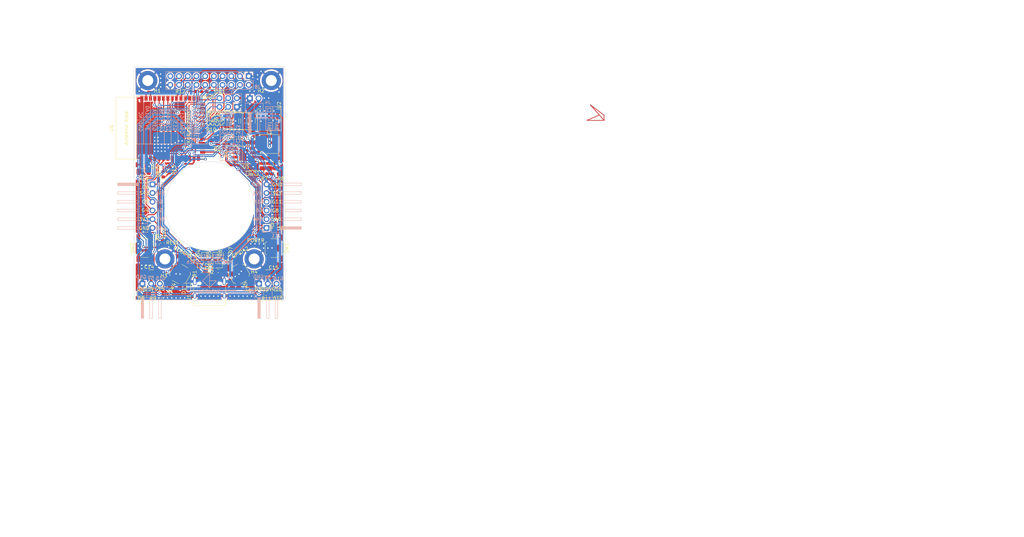
<source format=kicad_pcb>
(kicad_pcb (version 20221018) (generator pcbnew)
  (layers (0 "F.Cu" signal) (31 "B.Cu" signal) (34 "B.Paste" user) (35 "F.Paste" user) (36 "B.SilkS" user "B.Silkscreen") (37 "F.SilkS" user "F.Silkscreen") (38 "B.Mask" user) (39 "F.Mask" user) (44 "Edge.Cuts" user))
  (net 0 "")
  (net 1 "/UART1_TX")
  (net 2 "/USB_D-")
  (net 3 "/USB_D+")
  (net 4 "/STRAP3")
  (net 5 "/STRAP46")
  (net 6 "/STRAP45")
  (net 7 "/STRAP0")
  (net 8 "/PSRAM_35")
  (net 9 "/PSRAM_36")
  (net 10 "/PSRAM_37")
  (net 11 "/UART0_RX")
  (net 12 "/UART0_TX")
  (net 13 "GND")
  (net 14 "Net-(U5-BAT)")
  (net 15 "+5V")
  (net 16 "Net-(C7-Pad1)")
  (net 17 "+3.3V")
  (net 18 "/~{RST}")
  (net 19 "Net-(D4-K)")
  (net 20 "Net-(D4-A)")
  (net 21 "Net-(D6-A)")
  (net 22 "Net-(J1-CC1)")
  (net 23 "Net-(J1-SBU1)")
  (net 24 "Net-(J1-CC2)")
  (net 25 "Net-(U5-SW)")
  (net 26 "Net-(U5-KEY)")
  (net 27 "Net-(SW1-A)")
  (net 28 "/UART1_RX")
  (net 29 "Net-(Q1-D)")
  (net 30 "/GPIO4")
  (net 31 "/GPIO5")
  (net 32 "/GPIO6")
  (net 33 "/GPIO15")
  (net 34 "/GPIO16")
  (net 35 "/GPIO8")
  (net 36 "/GPIO11")
  (net 37 "/GPIO12")
  (net 38 "/GPIO13")
  (net 39 "/GPIO14")
  (net 40 "/GPIO21")
  (net 41 "/GPIO47")
  (net 42 "/GPIO48")
  (net 43 "/GPIO38")
  (net 44 "/GPIO39")
  (net 45 "/GPIO40")
  (net 46 "/GPIO41")
  (net 47 "/GPIO42")
  (net 48 "+5VD")
  (net 49 "/GPIO10{slash}ADC1_9")
  (net 50 "/GPIO9{slash}ADC1_8")
  (net 51 "/GPIO1{slash}ADC1_0")
  (net 52 "/GPIO2{slash}ADC1_1")
  (net 53 "/GPIO7{slash}ADC1_6")
  (net 55 "Net-(D9-A)")
  (net 56 "Net-(D10-A)")
  (net 57 "Net-(D11-A)")
  (net 58 "Net-(J4-Pin_2)")
  (net 59 "Net-(D8-K)")
  (footprint "Resistor_SMD:R_0603_1608Metric" (layer "F.Cu") (at 117.5 86.75 90)
    (fp_text reference "R3")
    (fp_text value "1R")
  )
  (footprint "MountingHole:MountingHole_3.2mm_M3_DIN965_Pad" (layer "F.Cu") (at 118 63.4)
    (fp_text reference "H2")
    (fp_text value "MountingHole_Pad")
  )
  (footprint "Diode_SMD:D_SOD-523" (layer "F.Cu") (at 97.675 117.4)
    (fp_text reference "D2")
    (fp_text value "LESD5D5")
  )
  (footprint "Capacitor_SMD:C_1206_3216Metric" (layer "F.Cu") (at 115.5 87.5 -90)
    (fp_text reference "C1")
    (fp_text value "22u")
  )
  (footprint "Package_TO_SOT_SMD:SOT-23" (layer "F.Cu") (at 101.5 81 180)
    (fp_text reference "Q1")
    (fp_text value "2N7002K")
  )
  (footprint "LED_SMD:LED_0603_1608Metric" (layer "F.Cu") (at 104.7 114.3 90)
    (fp_text reference "D7")
    (fp_text value "W")
  )
  (footprint "MountingHole:MountingHole_3.2mm_M3_DIN965_Pad" (layer "F.Cu") (at 113 115.4)
    (fp_text reference "H4")
    (fp_text value "MountingHole_Pad")
  )
  (footprint "Button_Switch_SMD:SW_SPST_SKQG_WithStem" (layer "F.Cu") (at 91.4 119.8 60)
    (fp_text reference "SW4")
    (fp_text value "SW_SPST")
  )
  (footprint "Capacitor_SMD:C_0603_1608Metric" (layer "F.Cu") (at 86.3 110.775 90)
    (fp_text reference "C12")
    (fp_text value "100n")
  )
  (footprint "Capacitor_SMD:C_1206_3216Metric" (layer "F.Cu") (at 107.6 80 90)
    (fp_text reference "C6")
    (fp_text value "22u")
  )
  (footprint "Package_SO:Diodes_SO-8EP" (layer "F.Cu") (at 110 85.1)
    (fp_text reference "U5")
    (fp_text value "IP5306")
  )
  (footprint "Capacitor_SMD:C_1206_3216Metric" (layer "F.Cu") (at 105.2 75.2 -90)
    (fp_text reference "C3")
    (fp_text value "22u")
  )
  (footprint "Resistor_SMD:R_0603_1608Metric" (layer "F.Cu") (at 104.975 83.2 180)
    (fp_text reference "R4")
    (fp_text value "1R")
  )
  (footprint "Resistor_SMD:R_0603_1608Metric" (layer "F.Cu") (at 96.8 66.6)
    (fp_text reference "R12")
    (fp_text value "150")
  )
  (footprint "Button_Switch_SMD:SW_SPST_SKQG_WithStem" (layer "F.Cu") (at 118.9 112.25 -90)
    (fp_text reference "SW1")
    (fp_text value "SW_SPST")
  )
  (footprint "Diode_SMD:D_SOD-523" (layer "F.Cu") (at 102.5 117.4 180)
    (fp_text reference "D3")
    (fp_text value "LESD5D5")
  )
  (footprint "Resistor_SMD:R_0603_1608Metric" (layer "F.Cu") (at 83.5 125.5 180)
    (fp_text reference "R9")
    (fp_text value "150")
  )
  (footprint "Resistor_SMD:R_0603_1608Metric" (layer "F.Cu") (at 119.25 105.75 -90)
    (fp_text reference "R5")
    (fp_text value "10k")
  )
  (footprint "Espressif:ESP32-S3-WROOM-1" (layer "F.Cu") (at 88.5 77.285 90)
    (fp_text reference "U6")
    (fp_text value "ESP32-S3-WROOM-1")
  )
  (footprint "LED_SMD:LED_0603_1608Metric" (layer "F.Cu") (at 119.75 125.5 180)
    (fp_text reference "D10")
    (fp_text value "G")
  )
  (footprint "Resistor_SMD:R_0603_1608Metric" (layer "F.Cu") (at 102.5 77.75 -90)
    (fp_text reference "R10")
    (fp_text value "10k")
  )
  (footprint "LED_SMD:LED_0603_1608Metric" (layer "F.Cu") (at 100 66.6 180)
    (fp_text reference "D11")
    (fp_text value "B")
  )
  (footprint "Capacitor_SMD:C_1206_3216Metric" (layer "F.Cu") (at 119.5 87.5 -90)
    (fp_text reference "C2")
    (fp_text value "22u")
  )
  (footprint "Button_Switch_SMD:SW_SPST_SKQG_WithStem" (layer "F.Cu") (at 108.6 119.8 120)
    (fp_text reference "SW3")
    (fp_text value "SW_SPST")
  )
  (footprint "Resistor_SMD:R_0603_1608Metric" (layer "F.Cu") (at 84.8 111.2 -90)
    (fp_text reference "R6")
    (fp_text value "10k")
  )
  (footprint "Capacitor_SMD:C_1206_3216Metric" (layer "F.Cu") (at 83 119.5 180)
    (fp_text reference "C14")
    (fp_text value "22u")
  )
  (footprint "LED_SMD:LED_0603_1608Metric" (layer "F.Cu") (at 101.6 115 -90)
    (fp_text reference "D6")
    (fp_text value "W")
  )
  (footprint "LED_SMD:LED_0603_1608Metric" (layer "F.Cu") (at 95.3 114.3 90)
    (fp_text reference "D4")
    (fp_text value "W")
  )
  (footprint "Diode_SMD:D_SOD-523" (layer "F.Cu") (at 93.9 123.7 -90)
    (fp_text reference "D1")
    (fp_text value "LESD5D5")
  )
  (footprint "Capacitor_SMD:C_1206_3216Metric" (layer "F.Cu") (at 80.8 90 180)
    (fp_text reference "C13")
    (fp_text value "22u")
  )
  (footprint "Resistor_SMD:R_0603_1608Metric" (layer "F.Cu") (at 97.675 118.9 180)
    (fp_text reference "R1")
    (fp_text value "5k1")
  )
  (footprint "Capacitor_SMD:C_1206_3216Metric" (layer "F.Cu") (at 112.4 75.2 -90)
    (fp_text reference "C8")
    (fp_text value "22u")
  )
  (footprint "Capacitor_SMD:C_1206_3216Metric" (layer "F.Cu") (at 112.4 80 90)
    (fp_text reference "C4")
    (fp_text value "22u")
  )
  (footprint "Capacitor_SMD:C_1206_3216Metric" (layer "F.Cu") (at 110 80 90)
    (fp_text reference "C5")
    (fp_text value "22u")
  )
  (footprint "Capacitor_SMD:C_1206_3216Metric" (layer "F.Cu") (at 105.2 80 90)
    (fp_text reference "C7")
    (fp_text value "22u")
  )
  (footprint "MountingHole:MountingHole_3.2mm_M3_DIN965_Pad" (layer "F.Cu") (at 82 63.4)
    (fp_text reference "H1")
    (fp_text value "MountingHole_Pad")
  )
  (footprint "Resistor_SMD:R_0603_1608Metric" (layer "F.Cu") (at 88.25 89.5 -90)
    (fp_text reference "R13")
    (fp_text value "5k1")
  )
  (footprint "Package_TO_SOT_SMD:SOT-223-3_TabPin2" (layer "F.Cu") (at 117.4 73.6 90)
    (fp_text reference "U2")
    (fp_text value "AP1117-33")
  )
  (footprint "Capacitor_SMD:C_1206_3216Metric" (layer "F.Cu") (at 107.6 75.2 -90)
    (fp_text reference "C9")
    (fp_text value "22u")
  )
  (footprint "Inductor_SMD:L_Changjiang_FNR5045S" (layer "F.Cu") (at 117.5 81.9)
    (fp_text reference "L1")
    (fp_text value "1u")
  )
  (footprint "LED_SMD:LED_0603_1608Metric" (layer "F.Cu") (at 86.5 90.7125 90)
    (fp_text reference "D8")
    (fp_text value "R")
  )
  (footprint "MountingHole:MountingHole_3.2mm_M3_DIN965_Pad" (layer "F.Cu") (at 87 115.4)
    (fp_text reference "H3")
    (fp_text value "MountingHole_Pad")
  )
  (footprint "Resistor_SMD:R_0603_1608Metric" (layer "F.Cu") (at 119.2 90.6)
    (fp_text reference "R8")
    (fp_text value "10k")
  )
  (footprint "Connector_USB:USB_C_Receptacle_HRO_TYPE-C-31-M-12" (layer "F.Cu") (at 100 125.1)
    (fp_text reference "J1")
    (fp_text value "USB_C_Receptacle_USB2.0")
  )
  (footprint "Capacitor_SMD:C_1206_3216Metric" (layer "F.Cu") (at 110 75.2 -90)
    (fp_text reference "C11")
    (fp_text value "22u")
  )
  (footprint "Capacitor_SMD:C_1206_3216Metric" (layer "F.Cu") (at 117 119.5 180)
    (fp_text reference "C15")
    (fp_text value "22u")
  )
  (footprint "Resistor_SMD:R_0603_1608Metric" (layer "F.Cu") (at 115.8 90.6 180)
    (fp_text reference "R7")
    (fp_text value "5k1")
  )
  (footprint "Resistor_SMD:R_0603_1608Metric" (layer "F.Cu") (at 102.5 118.9)
    (fp_text reference "R2")
    (fp_text value "5k1")
  )
  (footprint "Resistor_SMD:R_0603_1608Metric" (layer "F.Cu") (at 116.5 125.5)
    (fp_text reference "R11")
    (fp_text value "150")
  )
  (footprint "LED_SMD:LED_0603_1608Metric" (layer "F.Cu") (at 80.25 125.5)
    (fp_text reference "D9")
    (fp_text value "R")
  )
  (footprint "LED_SMD:LED_0603_1608Metric" (layer "F.Cu") (at 98.4 115 -90)
    (fp_text reference "D5")
    (fp_text value "W")
  )
  (footprint "Button_Switch_SMD:SW_SPST_SKQG_WithStem" (layer "F.Cu") (at 81.1 112.25 90)
    (fp_text reference "SW2")
    (fp_text value "SW_SPST")
  )
  (footprint "Capacitor_SMD:C_0603_1608Metric" (layer "F.Cu") (at 80.8 87.9 180)
    (fp_text reference "C10")
    (fp_text value "100n")
  )
  (footprint "Connector_PinHeader_2.54mm:PinHeader_1x02_P2.54mm_Horizontal" (layer "B.Cu") (at 111.755 68.58 -90)
    (fp_text reference "J4")
    (fp_text value "BAT")
  )
  (footprint "Connector_PinHeader_2.54mm:PinHeader_1x03_P2.54mm_Horizontal" (layer "B.Cu") (at 114.445 122.625 -90)
    (fp_text reference "J3")
    (fp_text value "SERVO_R")
  )
  (footprint "Connector_PinHeader_2.54mm:PinHeader_1x06_P2.54mm_Horizontal" (layer "B.Cu") (at 83.375 93.65 180)
    (fp_text reference "J10")
    (fp_text value "ENC_LEFT")
  )
  (footprint "Connector_PinSocket_2.54mm:PinSocket_2x10_P2.54mm_Vertical" (layer "B.Cu") (at 111.425 62.125 90)
    (fp_text reference "J8")
    (fp_text value "Conn_02x10_Odd_Even")
  )
  (footprint "Connector_PinHeader_2.54mm:PinHeader_1x06_P2.54mm_Horizontal" (layer "B.Cu") (at 116.625 106.35)
    (fp_text reference "J11")
    (fp_text value "ENC_RIGHT")
  )
  (footprint "Connector_PinHeader_2.54mm:PinHeader_1x03_P2.54mm_Horizontal" (layer "B.Cu") (at 80.445 122.625 -90)
    (fp_text reference "J2")
    (fp_text value "SERVO_L")
  )
  (footprint "Connector_PinHeader_2.54mm:PinHeader_2x03_P2.54mm_Vertical" (layer "B.Cu") (at 107.97 71.075 90)
    (fp_text reference "J12")
    (fp_text value "UART0")
  )
  (gr_line (start 211 70.5) (end 215 73.5) (stroke (width 0.2)) (layer "F.Cu"))
  (gr_line (start 215 75) (end 210 75) (stroke (width 0.2)) (layer "F.Cu"))
  (gr_line (start 215 73.5) (end 215 75) (stroke (width 0.2)) (layer "F.Cu"))
  (gr_line (start 210 75) (end 213.5 73.5) (stroke (width 0.2)) (layer "F.Cu"))
  (gr_line (start 211 70.5) (end 215 75) (stroke (width 0.2)) (layer "F.Cu"))
  (gr_line (start 78.8 74.9) (end 78.8 81.9) (stroke (width 0.15)) (layer "B.SilkS"))
  (gr_line (start 98.4 70) (end 98.4 71) (stroke (width 0.15)) (layer "B.SilkS"))
  (gr_line (start 80.8 74.9) (end 80.8 67.9) (stroke (width 0.15)) (layer "B.SilkS"))
  (gr_line (start 118.4 71) (end 118.4 78) (stroke (width 0.15)) (layer "B.SilkS"))
  (gr_line (start 107.8 81.4) (end 107.8 80.4) (stroke (width 0.15)) (layer "B.SilkS"))
  (gr_line (start 99.3 74.9) (end 78.8 74.9) (stroke (width 0.15)) (layer "B.SilkS"))
  (gr_line (start 82.8 74.9) (end 82.8 67.9) (stroke (width 0.15)) (layer "B.SilkS"))
  (gr_line (start 90.8 74.9) (end 90.8 81.9) (stroke (width 0.15)) (layer "B.SilkS"))
  (gr_line (start 86.8 74.9) (end 86.8 81.9) (stroke (width 0.15)) (layer "B.SilkS"))
  (gr_line (start 107.8 80.4) (end 108.8 80.4) (stroke (width 0.15)) (layer "B.SilkS"))
  (gr_line (start 107.1 79.8) (end 107.1 86.8) (stroke (width 0.15)) (layer "B.SilkS"))
  (gr_line (start 109.6 79.8) (end 103.1 79.8) (stroke (width 0.15)) (layer "B.SilkS"))
  (gr_line (start 100 119.75) (end 100 123.75) (stroke (width 0.15)) (layer "B.SilkS"))
  (gr_line (start 99.3 74.9) (end 99.3 81.9) (stroke (width 0.15)) (layer "B.SilkS"))
  (gr_line (start 90.8 74.9) (end 90.8 67.9) (stroke (width 0.15)) (layer "B.SilkS"))
  (gr_line (start 102 121.75) (end 100 121.75) (stroke (width 0.15)) (layer "B.SilkS"))
  (gr_line (start 117.9 71.5) (end 117.9 72.5) (stroke (width 0.15)) (layer "B.SilkS"))
  (gr_line (start 84.8 74.9) (end 84.8 67.9) (stroke (width 0.15)) (layer "B.SilkS"))
  (gr_line (start 88.8 74.9) (end 88.8 81.9) (stroke (width 0.15)) (layer "B.SilkS"))
  (gr_line (start 96.8 74.9) (end 96.8 67.9) (stroke (width 0.15)) (layer "B.SilkS"))
  (gr_line (start 100 123.75) (end 102 121.75) (stroke (width 0.15)) (layer "B.SilkS"))
  (gr_line (start 109.6 86.8) (end 103.1 86.8) (stroke (width 0.15)) (layer "B.SilkS"))
  (gr_line (start 99.3 74.9) (end 99.3 67.9) (stroke (width 0.15)) (layer "B.SilkS"))
  (gr_line (start 88.8 74.9) (end 88.8 67.9) (stroke (width 0.15)) (layer "B.SilkS"))
  (gr_line (start 109.6 79.8) (end 109.6 86.8) (stroke (width 0.15)) (layer "B.SilkS"))
  (gr_line (start 98.4 71) (end 97.4 71) (stroke (width 0.15)) (layer "B.SilkS"))
  (gr_line (start 78.8 74.9) (end 78.8 67.9) (stroke (width 0.15)) (layer "B.SilkS"))
  (gr_line (start 109.6 72.8) (end 103.1 72.8) (stroke (width 0.15)) (layer "B.SilkS"))
  (gr_line (start 116.4 71) (end 116.4 78) (stroke (width 0.15)) (layer "B.SilkS"))
  (gr_line (start 100 123.75) (end 98 121.75) (stroke (width 0.15)) (layer "B.SilkS"))
  (gr_line (start 92.8 74.9) (end 92.8 81.9) (stroke (width 0.15)) (layer "B.SilkS"))
  (gr_line (start 107.1 79.8) (end 107.1 72.8) (stroke (width 0.15)) (layer "B.SilkS"))
  (gr_line (start 120.9 71) (end 116.4 71) (stroke (width 0.15)) (layer "B.SilkS"))
  (gr_line (start 109.6 79.8) (end 109.6 72.8) (stroke (width 0.15)) (layer "B.SilkS"))
  (gr_line (start 98 121.75) (end 100 119.75) (stroke (width 0.15)) (layer "B.SilkS"))
  (gr_line (start 108.8 81.4) (end 107.8 81.4) (stroke (width 0.15)) (layer "B.SilkS"))
  (gr_line (start 99.3 67.9) (end 78.8 67.9) (stroke (width 0.15)) (layer "B.SilkS"))
  (gr_line (start 120.9 78) (end 116.4 78) (stroke (width 0.15)) (layer "B.SilkS"))
  (gr_line (start 94.8 74.9) (end 94.8 67.9) (stroke (width 0.15)) (layer "B.SilkS"))
  (gr_line (start 99.3 81.9) (end 78.8 81.9) (stroke (width 0.15)) (layer "B.SilkS"))
  (gr_line (start 116.9 71.5) (end 117.9 71.5) (stroke (width 0.15)) (layer "B.SilkS"))
  (gr_line (start 105.1 79.8) (end 105.1 86.8) (stroke (width 0.15)) (layer "B.SilkS"))
  (gr_line (start 117.9 72.5) (end 116.9 72.5) (stroke (width 0.15)) (layer "B.SilkS"))
  (gr_line (start 116.9 72.5) (end 116.9 71.5) (stroke (width 0.15)) (layer "B.SilkS"))
  (gr_line (start 96.8 74.9) (end 96.8 81.9) (stroke (width 0.15)) (layer "B.SilkS"))
  (gr_line (start 103.1 79.8) (end 103.1 72.8) (stroke (width 0.15)) (layer "B.SilkS"))
  (gr_line (start 84.8 74.9) (end 84.8 81.9) (stroke (width 0.15)) (layer "B.SilkS"))
  (gr_line (start 105.1 79.8) (end 105.1 72.8) (stroke (width 0.15)) (layer "B.SilkS"))
  (gr_line (start 108.8 80.4) (end 108.8 81.4) (stroke (width 0.15)) (layer "B.SilkS"))
  (gr_line (start 97.4 70) (end 98.4 70) (stroke (width 0.15)) (layer "B.SilkS"))
  (gr_line (start 103.1 79.8) (end 103.1 86.8) (stroke (width 0.15)) (layer "B.SilkS"))
  (gr_line (start 86.8 74.9) (end 86.8 67.9) (stroke (width 0.15)) (layer "B.SilkS"))
  (gr_line (start 92.8 74.9) (end 92.8 67.9) (stroke (width 0.15)) (layer "B.SilkS"))
  (gr_line (start 120.9 71) (end 120.9 78) (stroke (width 0.15)) (layer "B.SilkS"))
  (gr_line (start 97.4 71) (end 97.4 70) (stroke (width 0.15)) (layer "B.SilkS"))
  (gr_line (start 82.8 74.9) (end 82.8 81.9) (stroke (width 0.15)) (layer "B.SilkS"))
  (gr_line (start 80.8 74.9) (end 80.8 81.9) (stroke (width 0.15)) (layer "B.SilkS"))
  (gr_line (start 94.8 74.9) (end 94.8 81.9) (stroke (width 0.15)) (layer "B.SilkS"))
  (gr_line (start 104.1 77.4) (end 110 77.8) (stroke (width 0.15)) (layer "F.SilkS"))
  (gr_line (start 103.9 72.1) (end 107.6 73) (stroke (width 0.15)) (layer "F.SilkS"))
  (gr_line (start 103.9 72.1) (end 112.5 73) (stroke (width 0.15)) (layer "F.SilkS"))
  (gr_line (start 104.1 77.4) (end 105 77.8) (stroke (width 0.15)) (layer "F.SilkS"))
  (gr_line (start 103.9 72.1) (end 105.2 73) (stroke (width 0.15)) (layer "F.SilkS"))
  (gr_line (start 103.9 72.1) (end 110 73) (stroke (width 0.15)) (layer "F.SilkS"))
  (gr_line (start 104.1 77.4) (end 107.5 77.9) (stroke (width 0.15)) (layer "F.SilkS"))
  (gr_line (start 104.1 77.4) (end 112.4 77.8) (stroke (width 0.15)) (layer "F.SilkS"))
  (gr_circle (center 100 100) (end 113 100) (stroke (width 0.1)) (fill none) (layer "Edge.Cuts"))
  (gr_rect (start 78 59.4) (end 122 127.4) (stroke (width 0.1)) (fill none) (layer "Edge.Cuts"))
  (gr_text "G15" (at 87.3 121.6) (layer "B.SilkS") (effects (font (size 1 1)) (justify left bottom mirror)))
  (gr_text "GND" (at 115.5 94.2) (layer "B.SilkS") (effects (font (size 1 1)) (justify left bottom mirror)))
  (gr_text "1523 REV A\nHaD Prize Crunch" (at 100 115.5) (layer "B.SilkS") (effects (font (size 1 1)) (justify mirror)))
  (gr_text "G38" (at 85.3 74.6 270) (layer "B.SilkS") (effects (font (size 1 1)) (justify left bottom mirror)))
  (gr_text "G10A9" (at 93.3 74.6 270) (layer "B.SilkS") (effects (font (size 1 1)) (justify left bottom mirror)))
  (gr_text "5V" (at 97.3 75.1 270) (layer "B.SilkS") (effects (font (size 1 1)) (justify right bottom mirror)))
  (gr_text "GND" (at 81.7 121.2) (layer "B.SilkS") (effects (font (size 1 1)) (justify left bottom mirror)))
  (gr_text "kabot.io" (at 100 124.75) (layer "B.SilkS") (effects (font (size 1 1)) (justify mirror)))
  (gr_text "G39" (at 83.3 75.1 270) (layer "B.SilkS") (effects (font (size 1 1)) (justify right bottom mirror)))
  (gr_text "GND" (at 79.3 75.1 270) (layer "B.SilkS") (effects (font (size 1 1)) (justify right bottom mirror)))
  (gr_text "3V3" (at 107.7 79.2 270) (layer "B.SilkS") (effects (font (size 1 1)) (justify left bottom mirror)))
  (gr_text "G47" (at 87.3 74.6 270) (layer "B.SilkS") (effects (font (size 1 1)) (justify left bottom mirror)))
  (gr_text "G5" (at 86.4 99.3) (layer "B.SilkS") (effects (font (size 1 1)) (justify left bottom mirror)))
  (gr_text "G2A1" (at 83.3 74.6 270) (layer "B.SilkS") (effects (font (size 1 1)) (justify left bottom mirror)))
  (gr_text "NC" (at 79.3 74.6 270) (layer "B.SilkS") (effects (font (size 1 1)) (justify left bottom mirror)))
  (gr_text "G11" (at 115.8 99.3) (layer "B.SilkS") (effects (font (size 1 1)) (justify left bottom mirror)))
  (gr_text "G43TX0" (at 103.6 80 270) (layer "B.SilkS") (effects (font (size 1 1)) (justify right bottom mirror)))
  (gr_text "BAT-" (at 116.8 74 270) (layer "B.SilkS") (effects (font (size 1 1)) (justify right bottom mirror)))
  (gr_text "G8" (at 115.5 101.8) (layer "B.SilkS") (effects (font (size 1 1)) (justify left bottom mirror)))
  (gr_text "5V" (at 83.9 121.6) (layer "B.SilkS") (effects (font (size 1 1)) (justify left bottom mirror)))
  (gr_text "S0" (at 103.5 79.3 270) (layer "B.SilkS") (effects (font (size 1 1)) (justify left bottom mirror)))
  (gr_text "G13" (at 89.3 75.1 270) (layer "B.SilkS") (effects (font (size 1 1)) (justify right bottom mirror)))
  (gr_text "G12" (at 91.3 74.6 270) (layer "B.SilkS") (effects (font (size 1 1)) (justify left bottom mirror)))
  (gr_text "G9A8" (at 91.3 75.1 270) (layer "B.SilkS") (effects (font (size 1 1)) (justify right bottom mirror)))
  (gr_text "G48" (at 85.3 75.6 270) (layer "B.SilkS") (effects (font (size 1 1)) (justify right bottom mirror)))
  (gr_text "S3" (at 115.355 106.985) (layer "B.SilkS") (effects (font (size 1 1)) (justify left bottom mirror)))
  (gr_text "G44RX0" (at 105.4 79.4 270) (layer "B.SilkS") (effects (font (size 1 1)) (justify left bottom mirror)))
  (gr_text "GND" (at 107.7 84.9 270) (layer "B.SilkS") (effects (font (size 1 1)) (justify left bottom mirror)))
  (gr_text "3V3" (at 81.3 75.1 270) (layer "B.SilkS") (effects (font (size 1 1)) (justify right bottom mirror)))
  (gr_text "S46" (at 115.6 104.4) (layer "B.SilkS") (effects (font (size 1 1)) (justify left bottom mirror)))
  (gr_text "G14" (at 89.3 74.6 270) (layer "B.SilkS") (effects (font (size 1 1)) (justify left bottom mirror)))
  (gr_text "G17TX1" (at 93.3 75.1 270) (layer "B.SilkS") (effects (font (size 1 1)) (justify right bottom mirror)))
  (gr_text "5V" (at 117.9 121.4) (layer "B.SilkS") (effects (font (size 1 1)) (justify left bottom mirror)))
  (gr_text "3V3" (at 115.5 96.9) (layer "B.SilkS") (effects (font (size 1 1)) (justify left bottom mirror)))
  (gr_text "BAT+" (at 119 74 270) (layer "B.SilkS") (effects (font (size 1 1)) (justify right bottom mirror)))
  (gr_text "G1A0" (at 81.3 74.6 -90) (layer "B.SilkS") (effects (font (size 1 1)) (justify left bottom mirror)))
  (gr_text "GND" (at 115.9 121.2) (layer "B.SilkS") (effects (font (size 1 1)) (justify left bottom mirror)))
  (gr_text "G18RX1" (at 95.3 75 270) (layer "B.SilkS") (effects (font (size 1 1)) (justify right bottom mirror)))
  (gr_text "G4" (at 86.5 101.8) (layer "B.SilkS") (effects (font (size 1 1)) (justify left bottom mirror)))
  (gr_text "RST" (at 105.6 81.9 270) (layer "B.SilkS") (effects (font (size 1 1)) (justify right bottom mirror)))
  (gr_text "3V3" (at 87.3 104.4) (layer "B.SilkS") (effects (font (size 1 1)) (justify left bottom mirror)))
  (gr_text "GND" (at 97.3 74.6 270) (layer "B.SilkS") (effects (font (size 1 1)) (justify left bottom mirror)))
  (gr_text "GND" (at 87.3 107) (layer "B.SilkS") (effects (font (size 1 1)) (justify left bottom mirror)))
  (gr_text "S46" (at 87.1 96.8) (layer "B.SilkS") (effects (font (size 1 1)) (justify left bottom mirror)))
  (gr_text "G6" (at 86.8 94.3) (layer "B.SilkS") (effects (font (size 1 1)) (justify left bottom mirror)))
  (gr_text "G16" (at 121.6 121.7) (layer "B.SilkS") (effects (font (size 1 1)) (justify left bottom mirror)))
  (gr_text "3V3" (at 95.3 74.1 270) (layer "B.SilkS") (effects (font (size 1 1)) (justify left bottom mirror)))
  (gr_text "G21" (at 87.3 75.4 270) (layer "B.SilkS") (effects (font (size 1 1)) (justify right bottom mirror)))
  (gr_text "S46" (at 79.5 96.8) (layer "F.SilkS") (effects (font (size 1 1)) (justify left bottom)))
  (gr_text "G6" (at 80.3 95) (layer "F.SilkS") (effects (font (size 1 1)) (justify left bottom)))
  (gr_text "S3" (at 120 107) (layer "F.SilkS") (effects (font (size 1 1)) (justify left bottom)))
  (gr_text "5V" (at 116.3 124.8) (layer "F.SilkS") (effects (font (size 1 1)) (justify left bottom)))
  (gr_text "GND" (at 78.765 124.765) (layer "F.SilkS") (effects (font (size 1 1)) (justify left bottom)))
  (gr_text "POWER" (at 110.8 110.6) (layer "F.SilkS") (effects (font (size 1 1)) (justify left bottom)))
  (gr_text "GND" (at 118.1 94.3) (layer "F.SilkS") (effects (font (size 1 1)) (justify left bottom)))
  (gr_text "STRAP0" (at 89.3 112.5 330) (layer "F.SilkS") (effects (font (size 1 1)) (justify left bottom)))
  (gr_text "G40" (at 98.25 68.785) (layer "F.SilkS") (effects (font (size 1 1)) (justify left bottom)))
  (gr_text "RESET" (at 87.25 111.25) (layer "F.SilkS") (effects (font (size 1 1)) (justify left bottom)))
  (gr_text "3V3" (at 118.1 96.9) (layer "F.SilkS") (effects (font (size 1 1)) (justify left bottom)))
  (gr_text "3V3" (at 79.3 104.4) (layer "F.SilkS") (effects (font (size 1 1)) (justify left bottom)))
  (gr_text "GND" (at 113.165 124.765) (layer "F.SilkS") (effects (font (size 1 1)) (justify left bottom)))
  (gr_text "G8" (at 118.1 101.9) (layer "F.SilkS") (effects (font (size 1 1)) (justify left bottom)))
  (gr_text "G41" (at 82.875 89.25) (layer "F.SilkS") (effects (font (size 1 1)) (justify left bottom)))
  (gr_text "KoNaR PANY" (at 94.5 81.75 90) (layer "F.SilkS") (effects (font (size 1 1)) (justify left bottom)))
  (gr_text "GPIO42" (at 106.8 115.4 30) (layer "F.SilkS") (effects (font (size 1 1)) (justify left bottom)))
  (gr_text "S46" (at 117.9 104.3) (layer "F.SilkS") (effects (font (size 1 1)) (justify left bottom)))
  (gr_text "G5" (at 80.2 99.3) (layer "F.SilkS") (effects (font (size 1 1)) (justify left bottom)))
  (gr_text "G15" (at 83.9 124.7) (layer "F.SilkS") (effects (font (size 1 1)) (justify left bottom)))
  (gr_text "G16" (at 118.1 124.7) (layer "F.SilkS") (effects (font (size 1 1)) (justify left bottom)))
  (gr_text "G11" (at 118.1 99.3) (layer "F.SilkS") (effects (font (size 1 1)) (justify left bottom)))
  (gr_text "GND" (at 79.3 107) (layer "F.SilkS") (effects (font (size 1 1)) (justify left bottom)))
  (gr_text "G4" (at 80.1 101.8) (layer "F.SilkS") (effects (font (size 1 1)) (justify left bottom)))
  (gr_text "5V" (at 81.9 124.8) (layer "F.SilkS") (effects (font (size 1 1)) (justify left bottom)))
  (segment (start 91.67 85.23) (end 91.67 86.035) (width 0.3) (layer "F.Cu") (net 1))
  (segment (start 93.6 83.3) (end 91.67 85.23) (width 0.3) (layer "F.Cu") (net 1))
  (segment (start 94.872432 82.727568) (end 94.3 83.3) (width 0.3) (layer "F.Cu") (net 1))
  (segment (start 94.872432 75.551667) (end 94.872432 82.727568) (width 0.3) (layer "F.Cu") (net 1))
  (segment (start 94.3 83.3) (end 93.6 83.3) (width 0.3) (layer "F.Cu") (net 1))
  (segment (start 95.295515 75.128584) (end 94.872432 75.551667) (width 0.3) (layer "F.Cu") (net 1))
  (via (at 95.295515 75.128584) (size 0.8) (drill 0.4) (layers "F.Cu" "B.Cu") (net 1))
  (segment (start 105.03 66) (end 106.36 64.67) (width 0.3) (layer "B.Cu") (net 1))
  (segment (start 97.778483 68.035681) (end 99.814164 66) (width 0.3) (layer "B.Cu") (net 1))
  (segment (start 99.814164 66) (end 105.03 66) (width 0.3) (layer "B.Cu") (net 1))
  (segment (start 97.778483 72.805215) (end 97.778483 68.035681) (width 0.3) (layer "B.Cu") (net 1))
  (segment (start 95.295515 75.128584) (end 95.455114 75.128584) (width 0.3) (layer "B.Cu") (net 1))
  (segment (start 95.455114 75.128584) (end 97.778483 72.805215) (width 0.3) (layer "B.Cu") (net 1))
  (segment (start 93.3 87.7) (end 94.9714 87.7) (width 0.4064) (layer "F.Cu") (net 2))
  (segment (start 100.25 121.055) (end 100.25 119.75) (width 0.3) (layer "F.Cu") (net 2))
  (segment (start 99.25 117.85) (end 99.25 121.055) (width 0.3) (layer "F.Cu") (net 2))
  (segment (start 99.25 119.05) (end 99.4 118.9) (width 0.3) (layer "F.Cu") (net 2))
  (segment (start 94.9714 87.7) (end 95.48 87.1914) (width 0.4064) (layer "F.Cu") (net 2))
  (segment (start 98.375 117.4) (end 98.8 117.4) (width 0.3) (layer "F.Cu") (net 2))
  (segment (start 99.4 118.9) (end 99.8 118.9) (width 0.3) (layer "F.Cu") (net 2))
  (segment (start 99.25 121.055) (end 99.25 119.5) (width 0.3) (layer "F.Cu") (net 2))
  (segment (start 93.3 87.7) (end 92.3 87.7) (width 0.4064) (layer "F.Cu") (net 2))
  (segment (start 95.48 87.1914) (end 95.48 86.035) (width 0.4064) (layer "F.Cu") (net 2))
  (segment (start 99.25 119.5) (end 99.25 119.05) (width 0.3) (layer "F.Cu") (net 2))
  (segment (start 100.25 119.75) (end 100 119.5) (width 0.3) (layer "F.Cu") (net 2))
  (segment (start 98.8 117.4) (end 99.25 117.85) (width 0.3) (layer "F.Cu") (net 2))
  (segment (start 100 119.5) (end 99.25 119.5) (width 0.3) (layer "F.Cu") (net 2))
  (via (at 92.3 87.7) (size 0.8) (drill 0.4) (layers "F.Cu" "B.Cu") (net 2))
  (via (at 99.8 118.9) (size 0.8) (drill 0.4) (layers "F.Cu" "B.Cu") (net 2))
  (segment (start 85.982993 100) (end 85.976485 100.234031) (width 0.4064) (layer "B.Cu") (net 2))
  (segment (start 85.989896 99.751791) (end 85.976485 99.765969) (width 0.4064) (layer "B.Cu") (net 2))
  (segment (start 85.976485 99.765969) (end 85.982993 100) (width 0.4064) (layer "B.Cu") (net 2))
  (segment (start 92.294099 87.7) (end 85.9936 94.000499) (width 0.4064) (layer "B.Cu") (net 2))
  (segment (start 98.33519 118.9) (end 99.8 118.9) (width 0.4064) (layer "B.Cu") (net 2))
  (segment (start 85.9936 100.381388) (end 85.9936 105.620115) (width 0.4064) (layer "B.Cu") (net 2))
  (segment (start 85.9936 99.618612) (end 85.989896 99.751791) (width 0.4064) (layer "B.Cu") (net 2))
  (segment (start 85.989896 100.24821) (end 85.9936 100.381388) (width 0.4064) (layer "B.Cu") (net 2))
  (segment (start 85.976485 100.234031) (end 85.989896 100.24821) (width 0.4064) (layer "B.Cu") (net 2))
  (segment (start 85.9936 105.620115) (end 87.461663 107.088178) (width 0.4064) (layer "B.Cu") (net 2))
  (segment (start 85.9936 94.000499) (end 85.9936 99.618612) (width 0.4064) (layer "B.Cu") (net 2))
  (segment (start 87.461663 108.026473) (end 98.33519 118.9) (width 0.4064) (layer "B.Cu") (net 2))
  (segment (start 87.461663 107.088178) (end 87.461663 108.026473) (width 0.4064) (layer "B.Cu") (net 2))
  (segment (start 100.75 118.35) (end 100.4 118) (width 0.3) (layer "F.Cu") (net 3))
  (segment (start 97.015 86.3) (end 96.75 86.035) (width 0.4064) (layer "F.Cu") (net 3))
  (segment (start 99.75 122.32) (end 99.83 122.4) (width 0.3) (layer "F.Cu") (net 3))
  (segment (start 99.83 122.4) (end 100.67 122.4) (width 0.3) (layer "F.Cu") (net 3))
  (segment (start 100.75 121.055) (end 100.75 119.1) (width 0.3) (layer "F.Cu") (net 3))
  (segment (start 101 117.4) (end 100.75 117.65) (width 0.3) (layer "F.Cu") (net 3))
  (segment (start 99.75 121.055) (end 99.75 122.32) (width 0.3) (layer "F.Cu") (net 3))
  (segment (start 100.75 119.1) (end 100.75 118.35) (width 0.3) (layer "F.Cu") (net 3))
  (segment (start 100.67 122.4) (end 100.75 122.32) (width 0.3) (layer "F.Cu") (net 3))
  (segment (start 98.8 86.3) (end 97.015 86.3) (width 0.4064) (layer "F.Cu") (net 3))
  (segment (start 100.75 117.65) (end 100.75 121.055) (width 0.3) (layer "F.Cu") (net 3))
  (segment (start 101.8 117.4) (end 101 117.4) (width 0.3) (layer "F.Cu") (net 3))
  (segment (start 100.75 122.32) (end 100.75 121.055) (width 0.3) (layer "F.Cu") (net 3))
  (via (at 100.4 118) (size 0.8) (drill 0.4) (layers "F.Cu" "B.Cu") (net 3))
  (via (at 98.8 86.3) (size 0.8) (drill 0.4) (layers "F.Cu" "B.Cu") (net 3))
  (segment (start 98.292063 118) (end 88.068063 107.776) (width 0.4064) (layer "B.Cu") (net 3))
  (segment (start 92.4 88.6) (end 92.7 88.6) (width 0.4064) (layer "B.Cu") (net 3))
  (segment (start 95 86.3) (end 98.8 86.3) (width 0.4064) (layer "B.Cu") (net 3))
  (segment (start 88.068063 106.836999) (end 86.606244 105.37518) (width 0.4064) (layer "B.Cu") (net 3))
  (segment (start 86.606244 105.37518) (end 86.606244 100.615418) (width 0.4064) (layer "B.Cu") (net 3))
  (segment (start 86.6 99.377981) (end 86.6 94.4) (width 0.4064) (layer "B.Cu") (net 3))
  (segment (start 86.606244 100.615418) (end 86.589129 100) (width 0.4064) (layer "B.Cu") (net 3))
  (segment (start 86.606244 99.384582) (end 86.6 99.377981) (width 0.4064) (layer "B.Cu") (net 3))
  (segment (start 100.4 118) (end 98.292063 118) (width 0.4064) (layer "B.Cu") (net 3))
  (segment (start 86.6 94.4) (end 92.4 88.6) (width 0.4064) (layer "B.Cu") (net 3))
  (segment (start 92.7 88.6) (end 95 86.3) (width 0.4064) (layer "B.Cu") (net 3))
  (segment (start 88.068063 107.776) (end 88.068063 106.836999) (width 0.4064) (layer "B.Cu") (net 3))
  (segment (start 86.589129 100) (end 86.606244 99.384582) (width 0.4064) (layer "B.Cu") (net 3))
  (segment (start 102.47 84.27) (end 103.7 85.5) (width 0.3) (layer "F.Cu") (net 4))
  (segment (start 100.27 84.27) (end 102.47 84.27) (width 0.3) (layer "F.Cu") (net 4))
  (segment (start 98 84.27) (end 100.27 84.27) (width 0.3) (layer "F.Cu") (net 4))
  (via (at 103.7 85.5) (size 0.8) (drill 0.4) (layers "F.Cu" "B.Cu") (net 4))
  (segment (start 114.4 94.4) (end 113 93) (width 0.3) (layer "B.Cu") (net 4))
  (segment (start 113 92.5) (end 109.998502 89.498502) (width 0.3) (layer "B.Cu") (net 4))
  (segment (start 115.475 106.35) (end 114.4 105.275) (width 0.3) (layer "B.Cu") (net 4))
  (segment (start 106.499002 83.699002) (end 108.25 85.45) (width 0.3) (layer "B.Cu") (net 4))
  (segment (start 108.25 86.777243) (end 108.25 85.45) (width 0.3) (layer "B.Cu") (net 4))
  (segment (start 113 93) (end 113 92.5) (width 0.3) (layer "B.Cu") (net 4))
  (segment (start 104.279977 84.920023) (end 104.279977 84.420023) (width 0.3) (layer "B.Cu") (net 4))
  (segment (start 105.000998 83.699002) (end 106.499002 83.699002) (width 0.3) (layer "B.Cu") (net 4))
  (segment (start 103.7 85.5) (end 104.279977 84.920023) (width 0.3) (layer "B.Cu") (net 4))
  (segment (start 109.998502 88.525746) (end 108.25 86.777243) (width 0.3) (layer "B.Cu") (net 4))
  (segment (start 109.998502 89.498502) (end 109.998502 88.525746) (width 0.3) (layer "B.Cu") (net 4))
  (segment (start 114.4 105.275) (end 114.4 94.4) (width 0.3) (layer "B.Cu") (net 4))
  (segment (start 116.625 106.35) (end 115.475 106.35) (width 0.3) (layer "B.Cu") (net 4))
  (segment (start 104.279977 84.420023) (end 105.000998 83.699002) (width 0.3) (layer "B.Cu") (net 4))
  (segment (start 102.259954 83) (end 103.529977 84.270023) (width 0.3) (layer "F.Cu") (net 5))
  (segment (start 98 83) (end 102.259954 83) (width 0.3) (layer "F.Cu") (net 5))
  (via (at 103.529977 84.270023) (size 0.8) (drill 0.4) (layers "F.Cu" "B.Cu") (net 5))
  (segment (start 109.181156 85.581156) (end 106.799501 83.199501) (width 0.3) (layer "B.Cu") (net 5))
  (segment (start 106.799501 83.199501) (end 104.600499 83.199501) (width 0.3) (layer "B.Cu") (net 5))
  (segment (start 116.625 103.81) (end 114.9 102.085) (width 0.3) (layer "B.Cu") (net 5))
  (segment (start 113.5 92.25) (end 110.498003 89.248003) (width 0.3) (layer "B.Cu") (net 5))
  (segment (start 110.498003 89.248003) (end 110.498003 88.318846) (width 0.3) (layer "B.Cu") (net 5))
  (segment (start 113.5 92.75) (end 113.5 92.25) (width 0.3) (layer "B.Cu") (net 5))
  (segment (start 104.600499 83.199501) (end 103.529977 84.270023) (width 0.3) (layer "B.Cu") (net 5))
  (segment (start 110.498003 88.318846) (end 109.181156 87.001998) (width 0.3) (layer "B.Cu") (net 5))
  (segment (start 114.9 94.15) (end 113.5 92.75) (width 0.3) (layer "B.Cu") (net 5))
  (segment (start 114.9 102.085) (end 114.9 94.15) (width 0.3) (layer "B.Cu") (net 5))
  (segment (start 109.181156 87.001998) (end 109.181156 85.581156) (width 0.3) (layer "B.Cu") (net 5))
  (segment (start 94 70.8) (end 94.5 70.3) (width 0.3) (layer "F.Cu") (net 6))
  (segment (start 94 82.540046) (end 94 82.539339) (width 0.3) (layer "F.Cu") (net 6))
  (segment (start 94 82.540046) (end 94 70.8) (width 0.3) (layer "F.Cu") (net 6))
  (segment (start 94.042602 82.497444) (end 94 82.540046) (width 0.3) (layer "F.Cu") (net 6))
  (segment (start 94.5 70.3) (end 98 70.3) (width 0.3) (layer "F.Cu") (net 6))
  (segment (start 94 82.539339) (end 94.092724 82.446615) (width 0.3) (layer "F.Cu") (net 6))
  (via (at 94.092724 82.446615) (size 0.8) (drill 0.4) (layers "F.Cu" "B.Cu") (net 6))
  (segment (start 88.9468 87.134961) (end 84.8 91.281761) (width 0.3) (layer "B.Cu") (net 6))
  (segment (start 88.9468 84.117425) (end 88.9468 87.134961) (width 0.3) (layer "B.Cu") (net 6))
  (segment (start 92.393074 82.239159) (end 91.95 82.682233) (width 0.3) (layer "B.Cu") (net 6))
  (segment (start 84.8 95.65) (end 84.26 96.19) (width 0.3) (layer "B.Cu") (net 6))
  (segment (start 90.337393 82.726835) (end 88.9468 84.117425) (width 0.3) (layer "B.Cu") (net 6))
  (segment (start 84.8 91.281761) (end 84.8 95.65) (width 0.3) (layer "B.Cu") (net 6))
  (segment (start 84.26 96.19) (end 83.375 96.19) (width 0.3) (layer "B.Cu") (net 6))
  (segment (start 94.092724 82.446615) (end 93.885268 82.239159) (width 0.3) (layer "B.Cu") (net 6))
  (segment (start 91.95 82.726835) (end 90.337393 82.726835) (width 0.3) (layer "B.Cu") (net 6))
  (segment (start 91.95 82.682233) (end 91.95 82.726835) (width 0.3) (layer "B.Cu") (net 6))
  (segment (start 93.885268 82.239159) (end 92.393074 82.239159) (width 0.3) (layer "B.Cu") (net 6))
  (segment (start 94.552147 118.947853) (end 94.552147 118.040321) (width 0.3) (layer "F.Cu") (net 7))
  (segment (start 92.9 121.961826) (end 92.9 120.6) (width 0.3) (layer "F.Cu") (net 7))
  (segment (start 97.215 69) (end 99.7505 69) (width 0.3) (layer "F.Cu") (net 7))
  (segment (start 100.201 69) (end 100.2505 68.9505) (width 0.3) (layer "F.Cu") (net 7))
  (segment (start 96.75 69.25) (end 96.75 68.535) (width 0.3) (layer "F.Cu") (net 7))
  (segment (start 93.95 69.75) (end 96.25 69.75) (width 0.3) (layer "F.Cu") (net 7))
  (segment (start 91.452147 123.409679) (end 92.9 121.961826) (width 0.3) (layer "F.Cu") (net 7))
  (segment (start 92.2 113.5) (end 95 116.3) (width 0.4064) (layer "F.Cu") (net 7))
  (segment (start 92.696447 82.996447) (end 93.3005 82.392394) (width 0.3) (layer "F.Cu") (net 7))
  (segment (start 85.676959 108.973943) (end 87.143943 108.973943) (width 0.4064) (layer "F.Cu") (net 7))
  (segment (start 96.25 69.75) (end 96.75 69.25) (width 0.3) (layer "F.Cu") (net 7))
  (segment (start 96.75 68.535) (end 97.215 69) (width 0.3) (layer "F.Cu") (net 7))
  (segment (start 95 116.3) (end 95 117.592468) (width 0.4064) (layer "F.Cu") (net 7))
  (segment (start 89.5 112.6) (end 90.4 113.5) (width 0.4064) (layer "F.Cu") (net 7))
  (segment (start 93.3005 82.392394) (end 93.3005 70.3995) (width 0.3) (layer "F.Cu") (net 7))
  (segment (start 92.9 120.6) (end 94.552147 118.947853) (width 0.3) (layer "F.Cu") (net 7))
  (segment (start 90.4 113.5) (end 92.2 113.5) (width 0.4064) (layer "F.Cu") (net 7))
  (segment (start 89.5 111.33) (end 89.5 112.6) (width 0.4064) (layer "F.Cu") (net 7))
  (segment (start 99.7505 69) (end 100.201 69) (width 0.3) (layer "F.Cu") (net 7))
  (segment (start 95 117.592468) (end 94.552147 118.040321) (width 0.4064) (layer "F.Cu") (net 7))
  (segment (start 93.3005 70.3995) (end 93.95 69.75) (width 0.3) (layer "F.Cu") (net 7))
  (segment (start 87.143943 108.973943) (end 89.5 111.33) (width 0.4064) (layer "F.Cu") (net 7))
  (via (at 100.2505 68.9505) (size 0.8) (drill 0.4) (layers "F.Cu" "B.Cu") (net 7))
  (via (at 92.696447 82.996447) (size 0.8) (drill 0.4) (layers "F.Cu" "B.Cu") (net 7))
  (via (at 85.676959 108.973943) (size 0.8) (drill 0.4) (layers "F.Cu" "B.Cu") (net 7))
  (segment (start 85.363999 91.500104) (end 85.363999 92.575) (width 0.4064) (layer "B.Cu") (net 7))
  (segment (start 90.566535 83.280035) (end 89.5 84.346569) (width 0.4064) (layer "B.Cu") (net 7))
  (segment (start 85.363999 108.660983) (end 85.363999 92.575) (width 0.4064) (layer "B.Cu") (net 7))
  (segment (start 100.2505 68.9505) (end 102.4745 68.9505) (width 0.3) (layer "B.Cu") (net 7))
  (segment (start 85.676959 108.973943) (end 85.363999 108.660983) (width 0.4064) (layer "B.Cu") (net 7))
  (segment (start 92.412859 83.280035) (end 90.566535 83.280035) (width 0.4064) (layer "B.Cu") (net 7))
  (segment (start 92.696447 82.996447) (end 92.412859 83.280035) (width 0.4064) (layer "B.Cu") (net 7))
  (segment (start 102.4745 68.9505) (end 102.89 68.535) (width 0.3) (layer "B.Cu") (net 7))
  (segment (start 89.5 87.364103) (end 85.363999 91.500104) (width 0.4064) (layer "B.Cu") (net 7))
  (segment (start 89.5 84.346569) (end 89.5 87.364103) (width 0.4064) (layer "B.Cu") (net 7))
  (segment (start 85.32 68.535) (end 85.32 70.32) (width 0.3) (layer "F.Cu") (net 11))
  (segment (start 85.32 70.32) (end 85.5 70.5) (width 0.3) (layer "F.Cu") (net 11))
  (via (at 85.5 70.5) (size 0.8) (drill 0.4) (layers "F.Cu" "B.Cu") (net 11))
  (segment (start 98.8 74.1) (end 98.8 70.95) (width 0.3) (layer "B.Cu") (net 11))
  (segment (start 104.09 69.875) (end 105.43 68.535) (width 0.3) (layer "B.Cu") (net 11))
  (segment (start 85.5 70.5) (end 85.65 70.65) (width 0.3) (layer "B.Cu") (net 11))
  (segment (start 98.8 70.95) (end 99.875 69.875) (width 0.3) (layer "B.Cu") (net 11))
  (segment (start 94.4 75.3) (end 95.670627 76.570627) (width 0.3) (layer "B.Cu") (net 11))
  (segment (start 85.65 70.65) (end 92.75 70.65) (width 0.3) (layer "B.Cu") (net 11))
  (segment (start 99.875 69.875) (end 104.09 69.875) (width 0.3) (layer "B.Cu") (net 11))
  (segment (start 85.75 70.75) (end 85.5 70.5) (width 0.3) (layer "B.Cu") (net 11))
  (segment (start 96.329373 76.570627) (end 98.8 74.1) (width 0.3) (layer "B.Cu") (net 11))
  (segment (start 95.670627 76.570627) (end 96.329373 76.570627) (width 0.3) (layer "B.Cu") (net 11))
  (segment (start 92.75 70.65) (end 94.4 72.3) (width 0.3) (layer "B.Cu") (net 11))
  (segment (start 94.4 72.3) (end 94.4 75.3) (width 0.3) (layer "B.Cu") (net 11))
  (segment (start 84.05 70.45) (end 84 70.5) (width 0.3) (layer "F.Cu") (net 12))
  (segment (start 84.05 68.535) (end 84.05 70.45) (width 0.3) (layer "F.Cu") (net 12))
  (via (at 84 70.5) (size 0.8) (drill 0.4) (layers "F.Cu" "B.Cu") (net 12))
  (segment (start 96.629373 77.070627) (end 99.3 74.4) (width 0.3) (layer "B.Cu") (net 12))
  (segment (start 99.3 74.4) (end 99.3 72.2) (width 0.3) (layer "B.Cu") (net 12))
  (segment (start 95.370627 77.070627) (end 96.629373 77.070627) (width 0.3) (layer "B.Cu") (net 12))
  (segment (start 92.892894 71.5) (end 93.896447 72.503553) (width 0.3) (layer "B.Cu") (net 12))
  (segment (start 99.3 72.2) (end 100.46 71.04) (width 0.3) (layer "B.Cu") (net 12))
  (segment (start 84 70.5) (end 85 71.5) (width 0.3) (layer "B.Cu") (net 12))
  (segment (start 100.46 71.04) (end 102.92 71.04) (width 0.3) (layer "B.Cu") (net 12))
  (segment (start 93.896447 72.503553) (end 93.896447 75.596447) (width 0.3) (layer "B.Cu") (net 12))
  (segment (start 85 71.5) (end 92.892894 71.5) (width 0.3) (layer "B.Cu") (net 12))
  (segment (start 93.896447 75.596447) (end 95.370627 77.070627) (width 0.3) (layer "B.Cu") (net 12))
  (segment (start 119.5 88.975) (end 115.5 88.975) (width 0.8) (layer "F.Cu") (net 13))
  (segment (start 80.445 123.805) (end 79.4625 124.7875) (width 0.8) (layer "F.Cu") (net 13))
  (segment (start 103.25 121.055) (end 103.405 121.055) (width 0.4064) (layer "F.Cu") (net 13))
  (segment (start 100.248179 67.402821) (end 100.2 67.451) (width 0.4064) (layer "F.Cu") (net 13))
  (segment (start 86.56 80.185) (end 87.96 80.185) (width 0.8) (layer "F.Cu") (net 13))
  (segment (start 117.05 112.2) (end 117.05 109.15) (width 0.4064) (layer "F.Cu") (net 13))
  (segment (start 94.5 126.75) (end 92.75 126.75) (width 0.8) (layer "F.Cu") (net 13))
  (segment (start 100.248179 66.902742) (end 100.248179 67.402821) (width 0.4064) (layer "F.Cu") (net 13))
  (segment (start 103.325 118.9) (end 103.325 117.525) (width 0.4064) (layer "F.Cu") (net 13))
  (segment (start 105.447853 118.040321) (end 104.588174 118.9) (width 0.3) (layer "F.Cu") (net 13))
  (segment (start 110 82.955495) (end 110.1495 82.805995) (width 0.3) (layer "F.Cu") (net 13))
  (segment (start 117.05 115.35) (end 117.05 112.2) (width 0.4064) (layer "F.Cu") (net 13))
  (segment (start 117.05 112.2) (end 118.2 112.2) (width 0.4064) (layer "F.Cu") (net 13))
  (segment (start 115.8 91.5) (end 115.8 89.275) (width 0.3) (layer "F.Cu") (net 13))
  (segment (start 88.25 88.675) (end 89.175 88.675) (width 0.4064) (layer "F.Cu") (net 13))
  (segment (start 105.9 126.15) (end 106 126.25) (width 0.8) (layer "F.Cu") (net 13))
  (segment (start 116.625 92.325) (end 115.8 91.5) (width 0.3) (layer "F.Cu") (net 13))
  (segment (start 80.555 78.785) (end 87.96 78.785) (width 0.8) (layer "F.Cu") (net 13))
  (segment (start 103.325 117.525) (end 103.2 117.4) (width 0.4064) (layer "F.Cu") (net 13))
  (segment (start 89.36 77.385) (end 89.36 78.785) (width 0.8) (layer "F.Cu") (net 13))
  (segment (start 107.6 76.675) (end 107.6 77.6) (width 0.8) (layer "F.Cu") (net 13))
  (segment (start 102.5 78.575) (end 102.5 79.2375) (width 0.4064) (layer "F.Cu") (net 13))
  (segment (start 79.4625 124.7875) (end 79.4625 125.5) (width 0.8) (layer "F.Cu") (net 13))
  (segment (start 104.32 126.15) (end 105.9 126.15) (width 0.8) (layer "F.Cu") (net 13))
  (segment (start 87.96 78.785) (end 86.56 78.785) (width 0.8) (layer "F.Cu") (net 13))
  (segment (start 80.445 120.055) (end 81 119.5) (width 0.8) (layer "F.Cu") (net 13))
  (segment (start 110 76.675) (end 110 78.525) (width 0.8) (layer "F.Cu") (net 13))
  (segment (start 80.445 122.625) (end 80.445 123.805) (width 0.8) (layer "F.Cu") (net 13))
  (segment (start 89.36 78.785) (end 89.36 80.185) (width 0.8) (layer "F.Cu") (net 13))
  (segment (start 104.221894 77.6) (end 104.186383 77.564489) (width 0.8) (layer "F.Cu") (net 13))
  (segment (start 80.24 86.035) (end 80.24 79.1) (width 0.8) (layer "F.Cu") (net 13))
  (segment (start 90.2 118.4) (end 90.2 117.338174) (width 0.3) (layer "F.Cu") (net 13))
  (segment (start 80.24 86.035) (end 80.24 87.685) (width 0.8) (layer "F.Cu") (net 13))
  (segment (start 96.85 117.525) (end 96.975 117.4) (width 0.4064) (layer "F.Cu") (net 13))
  (segment (start 87.96 80.185) (end 87.96 78.785) (width 0.8) (layer "F.Cu") (net 13))
  (segment (start 96.85 118.9) (end 96.85 117.525) (width 0.4064) (layer "F.Cu") (net 13))
  (segment (start 102.4375 80.05) (end 102.4375 79.3) (width 0.4064) (layer "F.Cu") (net 13))
  (segment (start 100.7875 66.6) (end 100.550921 66.6) (width 0.4064) (layer "F.Cu") (net 13))
  (segment (start 107.6 77.6) (end 112.4 77.6) (width 0.8) (layer "F.Cu") (net 13))
  (segment (start 114.445 122.625) (end 114.445 120.055) (width 0.8) (layer "F.Cu") (net 13))
  (segment (start 80.24 68.535) (end 80.24 70.25) (width 0.8) (layer "F.Cu") (net 13))
  (segment (start 87.96 77.385) (end 89.36 77.385) (width 0.8) (layer "F.Cu") (net 13))
  (segment (start 102.5 79.2375) (end 102.4375 79.3) (width 0.4064) (layer "F.Cu") (net 13))
  (segment (start 105.2 76.675) (end 105.2 77.6) (width 0.8) (layer "F.Cu") (net 13))
  (segment (start 80.445 122.625) (end 80.445 120.055) (width 0.8) (layer "F.Cu") (net 13))
  (segment (start 114.445 120.055) (end 115 119.5) (width 0.8) (layer "F.Cu") (net 13))
  (segment (start 88.247853 121.559679) (end 88.247853 120.352147) (width 0.3) (layer "F.Cu") (net 13))
  (segment (start 105.25 77.6) (end 104.221894 77.6) (width 0.8) (layer "F.Cu") (net 13))
  (segment (start 80.24 86.035) (end 80.24 89.76) (width 0.8) (layer "F.Cu") (net 13))
  (segment (start 116.625 93.65) (end 116.625 92.325) (width 0.3) (layer "F.Cu") (net 13))
  (segment (start 79.325 90) (end 80 90) (width 0.8) (layer "F.Cu") (net 13))
  (segment (start 104.588174 118.9) (end 103.325 118.9) (width 0.3) (layer "F.Cu") (net 13))
  (segment (start 107.6 77.6) (end 106.4 77.6) (width 0.8) (layer "F.Cu") (net 13))
  (segment (start 110.1495 84.9505) (end 110 85.1) (width 0.8) (layer "F.Cu") (net 13))
  (segment (start 105.447853 118.747853) (end 107.3 120.6) (width 0.3) (layer "F.Cu") (net 13))
  (segment (start 89.175 88.675) (end 89.25 88.75) (width 0.4064) (layer "F.Cu") (net 13))
  (segment (start 96.75 119) (end 96.85 118.9) (width 0.4064) (layer "F.Cu") (net 13))
  (segment (start 104.32 126.15) (end 95.68 126.15) (width 0.8) (layer "F.Cu") (net 13))
  (segment (start 107.3 122.234911) (end 108.511311 123.446222) (width 0.3) (layer "F.Cu") (net 13))
  (segment (start 80.24 79.1) (end 80.555 78.785) (width 0.8) (layer "F.Cu") (net 13))
  (segment (start 112.4 76.675) (end 112.4 77.6) (width 0.8) (layer "F.Cu") (net 13))
  (segment (start 86.56 78.785) (end 86.56 80.185) (width 0.8) (layer "F.Cu") (net 13))
  (segment (start 107.3 120.6) (end 107.3 122.234911) (width 0.3) (layer "F.Cu") (net 13))
  (segment (start 100.550921 66.6) (end 100.248179 66.902742) (width 0.4064) (layer "F.Cu") (net 13))
  (segment (start 103.405 121.055) (end 104.32 121.97) (width 0.4064) (layer "F.Cu") (net 13))
  (segment (start 105.447853 118.040321) (end 105.447853 118.747853) (width 0.3) (layer "F.Cu") (net 13))
  (segment (start 96.595 121.055) (end 95.68 121.97) (width 0.4064) (layer "F.Cu") (net 13))
  (segment (start 103.25 121.055) (end 103.25 118.975) (width 0.4064) (layer "F.Cu") (net 13))
  (segment (start 80 90) (end 80.24 89.76) (width 0.8) (layer "F.Cu") (net 13))
  (segment (start 96.75 121.055) (end 96.595 121.055) (width 0.4064) (layer "F.Cu") (net 13))
  (segment (start 95.1 126.15) (end 94.5 126.75) (width 0.8) (layer "F.Cu") (net 13))
  (segment (start 110.1495 82.805995) (end 110.1495 84.9505) (width 0.8) (layer "F.Cu") (net 13))
  (segment (start 88.247853 120.352147) (end 90.2 118.4) (width 0.3) (layer "F.Cu") (net 13))
  (segment (start 86.56 77.385) (end 87.96 77.385) (width 0.8) (layer "F.Cu") (net 13))
  (segment (start 105.2 77.6) (end 105.2 78.525) (width 0.8) (layer "F.Cu") (net 13))
  (segment (start 115.8 89.275) (end 115.5 88.975) (width 0.3) (layer "F.Cu") (net 13))
  (segment (start 86.56 77.385) (end 86.56 78.785) (width 0.8) (layer "F.Cu") (net 13))
  (segment (start 115.025 76.675) (end 115.1 76.75) (width 0.8) (layer "F.Cu") (net 13))
  (segment (start 89.36 78.785) (end 87.96 78.785) (width 0.8) (layer "F.Cu") (net 13))
  (segment (start 80.24 79.1) (end 80.24 77.25) (width 0.8) (layer "F.Cu") (net 13))
  (segment (start 112.4 77.6) (end 112.4 78.525) (width 0.8) (layer "F.Cu") (net 13))
  (segment (start 96.75 121.055) (end 96.75 119) (width 0.4064) (layer "F.Cu") (net 13))
  (segment (start 80.24 77.25) (end 80.24 70.25) (width 0.8) (layer "F.Cu") (net 13))
  (segment (start 115 119.5) (end 115.525 119.5) (width 0.8) (layer "F.Cu") (net 13))
  (segment (start 81 119.5) (end 81.525 119.5) (width 0.8) (layer "F.Cu") (net 13))
  (segment (start 115.525 119.5) (end 115.525 119.975) (width 0.8) (layer "F.Cu") (net 13))
  (segment (start 103.25 118.975) (end 103.325 118.9) (width 0.4064) (layer "F.Cu") (net 13))
  (segment (start 80.24 87.685) (end 80.025 87.9) (width 0.8) (layer "F.Cu") (net 13))
  (segment (start 120.5375 125.5) (end 120.725 125.3125) (width 0.3) (layer "F.Cu") (net 13))
  (segment (start 86.3 110.125) (end 86.325 110.125) (width 0.3) (layer "F.Cu") (net 13))
  (segment (start 87.96 80.185) (end 89.36 80.185) (width 0.8) (layer "F.Cu") (net 13))
  (segment (start 106.4 77.6) (end 105.2 77.6) (width 0.8) (layer "F.Cu") (net 13))
  (segment (start 95.68 126.15) (end 95.1 126.15) (width 0.8) (layer "F.Cu") (net 13))
  (segment (start 86.325 110.125) (end 88.1 111.9) (width 0.3) (layer "F.Cu") (net 13))
  (segment (start 87.96 78.785) (end 87.96 77.385) (width 0.8) (layer "F.Cu") (net 13))
  (segment (start 90.2 117.338174) (end 91.347853 116.190321) (width 0.3) (layer "F.Cu") (net 13))
  (segment (start 115.525 119.5) (end 115.525 118.875) (width 0.8) (layer "F.Cu") (net 13))
  (segment (start 107.6 77.6) (end 107.6 78.525) (width 0.8) (layer "F.Cu") (net 13))
  (via (at 113.25 111) (size 0.8) (drill 0.4) (layers "F.Cu" "B.Cu") (net 13))
  (via (at 120.25 66.75) (size 0.8) (drill 0.4) (layers "F.Cu" "B.Cu") (net 13))
  (via (at 115 75.25) (size 0.8) (drill 0.4) (layers "F.Cu" "B.Cu") (net 13))
  (via (at 113.5 72.25) (size 0.8) (drill 0.4) (layers "F.Cu" "B.Cu") (net 13))
  (via (at 112.25 126.25) (size 0.8) (drill 0.4) (layers "F.Cu" "B.Cu") (net 13))
  (via (at 118.25 100) (size 0.8) (drill 0.4) (layers "F.Cu" "B.Cu") (net 13))
  (via (at 112 111) (size 0.8) (drill 0.4) (layers "F.Cu" "B.Cu") (net 13))
  (via (at 81.5 117.25) (size 0.8) (drill 0.4) (layers "F.Cu" "B.Cu") (net 13))
  (via (at 87 82) (size 0.8) (drill 0.4) (layers "F.Cu" "B.Cu") (net 13))
  (via (at 79.25 112.25) (size 0.8) (drill 0.4) (layers "F.Cu" "B.Cu") (net 13))
  (via (at 87.75 126.75) (size 0.8) (drill 0.4) (layers "F.Cu" "B.Cu") (net 13))
  (via (at 108.65 77.6) (size 0.8) (drill 0.4) (layers "F.Cu" "B.Cu") (net 13))
  (via (at 85 80) (size 0.8) (drill 0.4) (layers "F.Cu" "B.Cu") (net 13))
  (via (at 110 112.75) (size 0.8) (drill 0.4) (layers "F.Cu" "B.Cu") (net 13))
  (via (at 88 83) (size 0.8) (drill 0.4) (layers "F.Cu" "B.Cu") (net 13))
  (via (at 107.5 120.5) (size 0.8) (drill 0.4) (layers "F.Cu" "B.Cu") (net 13))
  (via (at 117 112.25) (size 0.8) (drill 0.4) (layers "F.Cu" "B.Cu") (net 13))
  (via (at 79.5 66.5) (size 0.8) (drill 0.4) (layers "F.Cu" "B.Cu") (net 13))
  (via (at 92.75 126.75) (size 0.8) (drill 0.4) (layers "F.Cu" "B.Cu") (net 13))
  (via (at 92 81) (size 0.8) (drill 0.4) (layers "F.Cu" "B.Cu") (net 13))
  (via (at 86 83) (size 0.8) (drill 0.4) (layers "F.Cu" "B.Cu") (net 13))
  (via (at 111.75 66.5) (size 0.8) (drill 0.4) (layers "F.Cu" "B.Cu") (net 13))
  (via (at 97.5 126.25) (size 0.8) (drill 0.4) (layers "F.Cu" "B.Cu") (net 13))
  (via (at 113 66.5) (size 0.8) (drill 0.4) (layers "F.Cu" "B.Cu") (net 13))
  (via (at 87 84) (size 0.8) (drill 0.4) (layers "F.Cu" "B.Cu") (net 13))
  (via (at 82.75 117.25) (size 0.8) (drill 0.4) (layers "F.Cu" "B.Cu") (net 13))
  (via (at 116 68.5) (size 0.8) (drill 0.4) (layers "F.Cu" "B.Cu") (net 13))
  (via (at 85 81) (size 0.8) (drill 0.4) (layers "F.Cu" "B.Cu") (net 13))
  (via (at 84 82) (size 0.8) (drill 0.4) (layers "F.Cu" "B.Cu") (net 13))
  (via (at 118.25 97.5) (size 0.8) (drill 0.4) (layers "F.Cu" "B.Cu") (net 13))
  (via (at 116 72.25) (size 0.8) (drill 0.4) (layers "F.Cu" "B.Cu") (net 13))
  (via (at 86 84) (size 0.8) (drill 0.4) (layers "F.Cu" "B.Cu") (net 13))
  (via (at 91 81) (size 0.8) (drill 0.4) (layers "F.Cu" "B.Cu") (net 13))
  (via (at 91.4 119.8) (size 0.8) (drill 0.4) (layers "F.Cu" "B.Cu") (net 13))
  (via (at 100 126.25) (size 0.8) (drill 0.4) (layers "F.Cu" "B.Cu") (net 13))
  (via (at 107.6 75.2) (size 0.8) (drill 0.4) (layers "F.Cu" "B.Cu") (net 13))
  (via (at 90 81.5) (size 0.8) (drill 0.4) (layers "F.Cu" "B.Cu") (net 13))
  (via (at 108.6 119.8) (size 0.8) (drill 0.4) (layers "F.Cu" "B.Cu") (net 13))
  (via (at 85.75 61.5) (size 0.8) (drill 0.4) (layers "F.Cu" "B.Cu") (net 13))
  (via (at 84 84) (size 0.8) (drill 0.4) (layers "F.Cu" "B.Cu") (net 13))
  (via (at 107.25 126.25) (size 0.8) (drill 0.4) (layers "F.Cu" "B.Cu") (net 13))
  (via (at 104.186383 77.564489) (size 0.8) (drill 0.4) (layers "F.Cu" "B.Cu") (net 13))
  (via (at 114.75 71) (size 0.8) (drill 0.4) (layers "F.Cu" "B.Cu") (net 13))
  (via (at 114.5 111) (size 0.8) (drill 0.4) (layers "F.Cu" "B.Cu") (net 13))
  (via (at 102.5 126.25) (size 0.8) (drill 0.4) (layers "F.Cu" "B.Cu") (net 13))
  (via (at 89 82) (size 0.8) (drill 0.4) (layers "F.Cu" "B.Cu") (net 13))
  (via (at 112.4 75.2) (size 0.8) (drill 0.4) (layers "F.Cu" "B.Cu") (net 13))
  (via (at 106.4 77.6) (size 0.8) (drill 0.4) (layers "F.Cu" "B.Cu") (net 13))
  (via (at 87 83) (size 0.8) (drill 0.4) (layers "F.Cu" "B.Cu") (net 13))
  (via (at 86.5 126.75) (size 0.8) (drill 0.4) (layers "F.Cu" "B.Cu") (net 13))
  (via (at 86.495023 119.245023) (size 0.8) (drill 0.4) (layers "F.Cu" "B.Cu") (net 13))
  (via (at 105.25 77.6) (size 0.8) (drill 0.4) (layers "F.Cu" "B.Cu") (net 13))
  (via (at 111 86.25) (size 0.8) (drill 0.4) (layers "F.Cu" "B.Cu") (net 13))
  (via (at 114 61.75) (size 0.8) (drill 0.4) (layers "F.Cu" "B.Cu") (net 13))
  (via (at 85.75 64) (size 0.8) (drill 0.4) (layers "F.Cu" "B.Cu") (net 13))
  (via (at 98.75 126.25) (size 0.8) (drill 0.4) (layers "F.Cu" "B.Cu") (net 13))
  (via (at 85 82) (size 0.8) (drill 0.4) (layers "F.Cu" "B.Cu") (net 13))
  (via (at 109 114) (size 0.8) (drill 0.4) (layers "F.Cu" "B.Cu") (net 13))
  (via (at 85 83) (size 0.8) (drill 0.4) (layers "F.Cu" "B.Cu") (net 13))
  (via (at 101 80) (size 0.8) (drill 0.4) (layers "F.Cu" "B.Cu") (net 13))
  (via (at 119.5 92.75) (size 0.8) (drill 0.4) (layers "F.Cu" "B.Cu") (net 13))
  (via (at 118.5 75) (size 0.8) (drill 0.4) (layers "F.Cu" "B.Cu") (net 13))
  (via (at 84 81) (size 0.8) (drill 0.4) (layers "F.Cu" "B.Cu") (net 13))
  (via (at 118.2 112.2) (size 0.8) (drill 0.4) (layers "F.Cu" "B.Cu") (net 13))
  (via (at 90.25 119.75) (size 0.8) (drill 0.4) (layers "F.Cu" "B.Cu") (net 13))
  (via (at 88 82) (size 0.8) (drill 0.4) (layers "F.Cu" "B.Cu") (net 13))
  (via (at 80.5 105) (size 0.8) (drill 0.4) (layers "F.Cu" "B.Cu") (net 13))
  (via (at 118 95) (size 0.8) (drill 0.4) (layers "F.Cu" "B.Cu") (net 13))
  (via (at 118.25 102.5) (size 0.8) (drill 0.4) (layers "F.Cu" "B.Cu") (net 13))
  (via (at 110.1495 82.805995) (size 0.8) (drill 0.4) (layers "F.Cu" "B.Cu") (net 13))
  (via (at 112.75 88.5) (size 0.8) (drill 0.4) (layers "F.Cu" "B.Cu") (net 13))
  (via (at 115 60.75) (size 0.8) (drill 0.4) (layers "F.Cu" "B.Cu") (net 13))
  (via (at 84 80) (size 0.8) (drill 0.4) (layers "F.Cu" "B.Cu") (net 13))
  (via (at 115.75 111) (size 0.8) (drill 0.4) (layers "F.Cu" "B.Cu") (net 13))
  (via (at 109.25 119) (size 0.8) (drill 0.4) (layers "F.Cu" "B.Cu") (net 13))
  (via (at 85.75 62.75) (size 0.8) (drill 0.4) (layers "F.Cu" "B.Cu") (net 13))
  (via (at 80.75 107.5) (size 0.8) (drill 0.4) (layers "F.Cu" "B.Cu") (net 13))
  (via (at 115.75 112.25) (size 0.8) (drill 0.4) (layers "F.Cu" "B.Cu") (net 13))
  (via (at 111 126.25) (size 0.8) (drill 0.4) (layers "F.Cu" "B.Cu") (net 13))
  (via (at 85.25 126.75) (size 0.8) (drill 0.4) (layers "F.Cu" "B.Cu") (net 13))
  (via (at 101.25 126.25) (size 0.8) (drill 0.4) (layers "F.Cu" "B.Cu") (net 13))
  (via (at 85 84) (size 0.8) (drill 0.4) (layers "F.Cu" "B.Cu") (net 13))
  (via (at 108.5 126.25) (size 0.8) (drill 0.4) (layers "F.Cu" "B.Cu") (net 13))
  (via (at 89 126.75) (size 0.8) (drill 0.4) (layers "F.Cu" "B.Cu") (net 13))
  (via (at 111 85.25) (size 0.8) (drill 0.4) (layers "F.Cu" "B.Cu") (net 13))
  (via (at 117.25 68.5) (size 0.8) (drill 0.4) (layers "F.Cu" "B.Cu") (net 13))
  (via (at 111.75 70.25) (size 0.8) (drill 0.4) (layers "F.Cu" "B.Cu") (net 13))
  (via (at 79.25 111) (size 0.8) (drill 0.4) (layers "F.Cu" "B.Cu") (net 13))
  (via (at 84 83) (size 0.8) (drill 0.4) (layers "F.Cu" "B.Cu") (net 13))
  (via (at 89.25 88.75) (size 0.8) (drill 0.4) (layers "F.Cu" "B.Cu") (net 13))
  (via (at 114.5 109.75) (size 0.8) (drill 0.4) (layers "F.Cu" "B.Cu") (net 13))
  (via (at 102.4375 79.3) (size 0.8) (drill 0.4) (layers "F.Cu" "B.Cu") (net 13))
  (via (at 114.75 72.25) (size 0.8) (drill 0.4) (layers "F.Cu" "B.Cu") (net 13))
  (via (at 88.1 111.9) (size 0.8) (drill 0.4) (layers "F.Cu" "B.Cu") (net 13))
  (via (at 114 63) (size 0.8) (drill 0.4) (layers "F.Cu" "B.Cu") (net 13))
  (via (at 86 82) (size 0.8) (drill 0.4) (layers "F.Cu" "B.Cu") (net 13))
  (via (at 110.5 84.25) (size 0.8) (drill 0.4) (layers "F.Cu" "B.Cu") (net 13))
  (via (at 91.5 126.75) (size 0.8) (drill 0.4) (layers "F.Cu" "B.Cu") (net 13))
  (via (at 109.75 126.25) (size 0.8) (drill 0.4) (layers "F.Cu" "B.Cu") (net 13))
  (via (at 90.25 126.75) (size 0.8) (drill 0.4) (layers "F.Cu" "B.Cu") (net 13))
  (via (at 113.5 126.25) (size 0.8) (drill 0.4) (layers "F.Cu" "B.Cu") (net 13))
  (via (at 107.5 77.6) (size 0.8) (drill 0.4) (layers "F.Cu" "B.Cu") (net 13))
  (via (at 106 126.25) (size 0.8) (drill 0.4) (layers "F.Cu" "B.Cu") (net 13))
  (via (at 80.25 117.25) (size 0.8) (drill 0.4) (layers "F.Cu" "B.Cu") (net 13))
  (via (at 100.2 67.451) (size 0.8) (drill 0.4) (layers "F.Cu" "B.Cu") (net 13))
  (via (at 80.25 118.25) (size 0.8) (drill 0.4) (layers "F.Cu" "B.Cu") (net 13))
  (via (at 118.75 72.25) (size 0.8) (drill 0.4) (layers "F.Cu" "B.Cu") (net 13))
  (via (at 85.75 65.25) (size 0.8) (drill 0.4) (layers "F.Cu" "B.Cu") (net 13))
  (segment (start 104.32 121.97) (end 109.2 121.97) (width 0.8) (layer "B.Cu") (net 13))
  (segment (start 118.2 112.2) (end 118.2 112.3) (width 0.4064) (layer "B.Cu") (net 13))
  (segment (start 111 85.25) (end 111 84.75) (width 0.8) (layer "B.Cu") (net 13))
  (segment (start 107.97 71.075) (end 107.97 71.03) (width 0.8) (layer "B.Cu") (net 13))
  (segment (start 101.7 66.5) (end 100.749 67.451) (width 0.3) (layer "B.Cu") (net 13))
  (segment (start 112.246506 88.125185) (end 112.246506 87.496506) (width 0.8) (layer "B.Cu") (net 13))
  (segment (start 111 66.5) (end 111.89 66.5) (width 0.8) (layer "B.Cu") (net 13))
  (segment (start 95.68 121.97) (end 96.125 121.525) (width 0.8) (layer "B.Cu") (net 13))
  (segment (start 109.2 121.97) (end 113.79 121.97) (width 0.8) (layer "B.Cu") (net 13))
  (segment (start 106.362894 66.5) (end 101.7 66.5) (width 0.3) (layer "B.Cu") (net 13))
  (segment (start 93.6032 83.2968) (end 93.013565 83.886435) (width 0.4064) (layer "B.Cu") (net 13))
  (segment (start 95.8 82.1) (end 94.51 80.81) (width 0.8) (layer "B.Cu") (net 13))
  (segment (start 94.6032 83.2968) (end 93.6032 83.2968) (width 0.4064) (layer "B.Cu") (net 13))
  (segment (start 107.97 71.075) (end 107.97 77.57) (width 0.8) (layer "B.Cu") (net 13))
  (segment (start 112.71 63.4) (end 108 63.4) (width 0.3) (layer "B.Cu") (net 13))
  (segment (start 92.42 80.81) (end 90.42 78.81) (width 0.8) (layer "B.Cu") (net 13))
  (segment (start 114.445 120.975) (end 114.445 122.625) (width 0.8) (layer "B.Cu") (net 13))
  (segment (start 103.06875 78.66875) (end 102.4375 79.3) (width 0.8) (layer "B.Cu") (net 13))
  (segment (start 107.97 71.075) (end 109.75 69.295) (width 0.8) (layer "B.Cu") (net 13))
  (segment (start 90.817714 83.886435) (end 90.1064 84.597749) (width 0.4064) (layer "B.Cu") (net 13))
  (segment (start 90.42 78.81) (end 84.19 78.81) (width 0.8) (layer "B.Cu") (net 13))
  (segment (start 113.79 121.97) (end 114.445 122.625) (width 0.8) (layer "B.Cu") (net 13))
  (segment (start 116.625 92.503679) (end 112.246506 88.125185) (width 0.8) (layer "B.Cu") (net 13))
  (segment (start 83.225 106.2) (end 83.375 106.35) (width 0.8) (layer "B.Cu") (net 13))
  (segment (start 111 86.25) (end 111 85.25) (width 0.8) (layer "B.Cu") (net 13))
  (segment (start 110.1495 82.805995) (end 110.1495 82.3495) (width 0.8) (layer "B.Cu") (net 13))
  (segment (start 106.4 77.6) (end 105.25 77.6) (width 0.8) (layer "B.Cu") (net 13))
  (segment (start 110.1495 82.3495) (end 108 80.2) (width 0.8) (layer "B.Cu") (net 13))
  (segment (start 90.1064 84.597749) (end 90.1064 87.5) (width 0.4064) (layer "B.Cu") (net 13))
  (segment (start 107.5 77.6) (end 108.65 77.6) (width 0.8) (layer "B.Cu") (net 13))
  (segment (start 111.755 68.995) (end 109.5 71.25) (width 0.8) (layer "B.Cu") (net 13))
  (segment (start 118.2 95.225) (end 118.2 117.22) (width 0.8) (layer "B.Cu") (net 13))
  (segment (start 111.89 66.5) (end 112.89 65.5) (width 0.8) (layer "B.Cu") (net 13))
  (segment (start 100.749 67.451) (end 100.2 67.451) (width 0.3) (layer "B.Cu") (net 13))
  (segment (start 107.581447 65.281447) (end 106.362894 66.5) (width 0.3) (layer "B.Cu") (net 13))
  (segment (start 118.2 117.22) (end 114.445 120.975) (width 0.8) (layer "B.Cu") (net 13))
  (segment (start 105.25 77.6) (end 104.1375 77.6) (width 0.8) (layer "B.Cu") (net 13))
  (segment (start 108 77.6) (end 107.5 77.6) (width 0.8) (layer "B.Cu") (net 13))
  (segment (start 116.625 93.65) (end 116.625 92.503679) (width 0.8) (layer "B.Cu") (net 13))
  (segment (start 104.1375 77.6) (end 103.06875 78.66875) (width 0.8) (layer "B.Cu") (net 13))
  (segment (start 108 80.2) (end 108 77.6) (width 0.8) (layer "B.Cu") (net 13))
  (segment (start 102.096679 78.66875) (end 103.06875 78.66875) (width 0.8) (layer "B.Cu") (net 13))
  (segment (start 103.875 121.525) (end 104.32 121.97) (width 0.8) (layer "B.Cu") (net 13))
  (segment (start 80.4 115.9) (end 82.5 113.8) (width 0.8) (layer "B.Cu") (net 13))
  (segment (start 110.5 84.25) (end 110.1495 83.8995) (width 0.8) (layer "B.Cu") (net 13))
  (segment (start 111 84.75) (end 110.5 84.25) (width 0.8) (layer "B.Cu") (net 13))
  (segment (start 80.4 122.58) (end 80.445 122.625) (width 0.8) (layer "B.Cu") (net 13))
  (segment (start 80.4 121.1) (end 80.4 115.9) (width 0.8) (layer "B.Cu") (net 13))
  (segment (start 110.1495 83.8995) (end 110.1495 82.805995) (width 0.8) (layer "B.Cu") (net 13))
  (segment (start 95.68 121.97) (end 87.67 121.97) (width 0.8) (layer "B.Cu") (net 13))
  (segment (start 93.013565 83.886435) (end 90.817714 83.886435) (width 0.4064) (layer "B.Cu") (net 13))
  (segment (start 106.4 77.6) (end 107.5 77.6) (width 0.8) (layer "B.Cu") (net 13))
  (segment (start 86.8 121.1) (end 80.4 121.1) (width 0.8) (layer "B.Cu") (net 13))
  (segment (start 87.67 121.97) (end 86.8 121.1) (width 0.8) (layer "B.Cu") (net 13))
  (segment (start 111.44 62.13) (end 112.89 63.58) (width 0.8) (layer "B.Cu") (net 13))
  (segment (start 90.1064 87.8936) (end 90.1064 87.5) (width 0.4064) (layer "B.Cu") (net 13))
  (segment (start 112.246506 87.496506) (end 111 86.25) (width 0.8) (layer "B.Cu") (net 13))
  (segment (start 108.65 77.6) (end 106.4 77.6) (width 0.8) (layer "B.Cu") (net 13))
  (segment (start 89.25 88.75) (end 90.1064 87.8936) (width 0.4064) (layer "B.Cu") (net 13))
  (segment (start 96.125 121.525) (end 103.875 121.525) (width 0.8) (layer "B.Cu") (net 13))
  (segment (start 109.75 69.295) (end 109.75 67.75) (width 0.8) (layer "B.Cu") (net 13))
  (segment (start 112.89 63.58) (end 112.71 63.4) (width 0.3) (layer "B.Cu") (net 13))
  (segment (start 80.4 121.1) (end 80.4 122.58) (width 0.8) (layer "B.Cu") (net 13))
  (segment (start 95.8 82.1) (end 98.665429 82.1) (width 0.8) (layer "B.Cu") (net 13))
  (segment (start 82.5 113.8) (end 82.5 107.225) (width 0.8) (layer "B.Cu") (net 13))
  (segment (start 95.8 82.1) (end 94.6032 83.2968) (width 0.4064) (layer "B.Cu") (net 13))
  (segment (start 112.89 65.5) (end 112.89 63.58) (width 0.8) (layer "B.Cu") (net 13))
  (segment (start 109.5 71.25) (end 109.5 76.75) (width 0.8) (layer "B.Cu") (net 13))
  (segment (start 111.755 68.58) (end 111.755 68.995) (width 0.8) (layer "B.Cu") (net 13))
  (segment (start 108 63.4) (end 107.581447 63.818553) (width 0.3) (layer "B.Cu") (net 13))
  (segment (start 107.581447 63.818553) (end 107.581447 65.281447) (width 0.3) (layer "B.Cu") (net 13))
  (segment (start 116.625 93.65) (end 118.2 95.225) (width 0.8) (layer "B.Cu") (net 13))
  (segment (start 98.665429 82.1) (end 102.096679 78.66875) (width 0.8) (layer "B.Cu") (net 13))
  (segment (start 94.51 80.81) (end 92.42 80.81) (width 0.8) (layer "B.Cu") (net 13))
  (segment (start 109.5 76.75) (end 108.65 77.6) (width 0.8) (layer "B.Cu") (net 13))
  (segment (start 82.5 107.225) (end 83.375 106.35) (width 0.8) (layer "B.Cu") (net 13))
  (segment (start 109.75 67.75) (end 111 66.5) (width 0.8) (layer "B.Cu") (net 13))
  (segment (start 117.5 85.925) (end 115.6 85.925) (width 0.8) (layer "F.Cu") (net 14))
  (segment (start 115.6 85.925) (end 115.5 86.025) (width 0.8) (layer "F.Cu") (net 14))
  (segment (start 115.21 85.735) (end 115.5 86.025) (width 0.8) (layer "F.Cu") (net 14))
  (segment (start 112.4975 85.735) (end 115.21 85.735) (width 0.8) (layer "F.Cu") (net 14))
  (segment (start 110 81.475) (end 112.4 81.475) (width 0.8) (layer "F.Cu") (net 15))
  (segment (start 112.4975 81.5725) (end 112.4 81.475) (width 0.8) (layer "F.Cu") (net 15))
  (segment (start 116.975 122.615) (end 116.975 120.025) (width 0.8) (layer "F.Cu") (net 15))
  (segment (start 120.2 72.8) (end 119.7 73.3) (width 0.8) (layer "F.Cu") (net 15))
  (segment (start 113.42 64.67) (end 115.95 67.2) (width 0.8) (layer "F.Cu") (net 15))
  (segment (start 120.2 69) (end 120.2 72.8) (width 0.8) (layer "F.Cu") (net 15))
  (segment (start 112.4975 83.195) (end 112.4975 81.5725) (width 0.8) (layer "F.Cu") (net 15))
  (segment (start 82.985 120.015) (end 83.5 119.5) (width 0.8) (layer "F.Cu") (net 15))
  (segment (start 118.4 67.2) (end 120.2 69) (width 0.8) (layer "F.Cu") (net 15))
  (segment (start 112.4 81.475) (end 112.4 80.8) (width 0.8) (layer "F.Cu") (net 15))
  (segment (start 112.4 80.1) (end 112.5 80) (width 0.8) (layer "F.Cu") (net 15))
  (segment (start 83.5 119.5) (end 84.475 119.5) (width 0.8) (layer "F.Cu") (net 15))
  (segment (start 119.7 76.75) (end 119.7 77.4) (width 0.8) (layer "F.Cu") (net 15))
  (segment (start 112.8 79.7) (end 112.5 80) (width 0.8) (layer "F.Cu") (net 15))
  (segment (start 82.985 122.625) (end 82.985 120.015) (width 0.8) (layer "F.Cu") (net 15))
  (segment (start 119.7 73.3) (end 119.7 76.75) (width 0.8) (layer "F.Cu") (net 15))
  (segment (start 119.7 77.4) (end 118.7 78.4) (width 0.8) (layer "F.Cu") (net 15))
  (segment (start 116.985 122.625) (end 116.975 122.615) (width 0.8) (layer "F.Cu") (net 15))
  (segment (start 118.7 78.4) (end 114.702082 78.4) (width 0.8) (layer "F.Cu") (net 15))
  (segment (start 115.95 67.2) (end 118.4 67.2) (width 0.8) (layer "F.Cu") (net 15))
  (segment (start 107.6 81.475) (end 110 81.475) (width 0.8) (layer "F.Cu") (net 15))
  (segment (start 116.975 120.025) (end 117.5 119.5) (width 0.8) (layer "F.Cu") (net 15))
  (segment (start 112.4 81.475) (end 112.4 80.1) (width 0.8) (layer "F.Cu") (net 15))
  (segment (start 114.702082 78.4) (end 113.402082 79.7) (width 0.8) (layer "F.Cu") (net 15))
  (segment (start 111.44 64.67) (end 113.42 64.67) (width 0.8) (layer "F.Cu") (net 15))
  (segment (start 117.5 119.5) (end 118.475 119.5) (width 0.8) (layer "F.Cu") (net 15))
  (segment (start 113.402082 79.7) (end 112.8 79.7) (width 0.8) (layer "F.Cu") (net 15))
  (via (at 112.5 80) (size 0.8) (drill 0.4) (layers "F.Cu" "B.Cu") (net 15))
  (segment (start 120.5 117.8) (end 120.5 90) (width 0.8) (layer "B.Cu") (net 15))
  (segment (start 120.5 90) (end 115.23533 84.73533) (width 0.8) (layer "B.Cu") (net 15))
  (segment (start 116.985 123.515) (end 116.425 124.075) (width 0.8) (layer "B.Cu") (net 15))
  (segment (start 115.23533 84.73533) (end 114.03533 84.73533) (width 0.8) (layer "B.Cu") (net 15))
  (segment (start 84.435 124.075) (end 86.4 124.075) (width 0.8) (layer "B.Cu") (net 15))
  (segment (start 82.985 122.625) (end 84.435 124.075) (width 0.8) (layer "B.Cu") (net 15))
  (segment (start 112.5 83.2) (end 112.5 80) (width 0.8) (layer "B.Cu") (net 15))
  (segment (start 116.985 121.315) (end 120.5 117.8) (width 0.8) (layer "B.Cu") (net 15))
  (segment (start 116.425 124.075) (end 86.4 124.075) (width 0.8) (layer "B.Cu") (net 15))
  (segment (start 116.985 122.625) (end 116.985 121.315) (width 0.8) (layer "B.Cu") (net 15))
  (segment (start 116.985 122.625) (end 116.985 123.515) (width 0.8) (layer "B.Cu") (net 15))
  (segment (start 114.03533 84.73533) (end 112.5 83.2) (width 0.8) (layer "B.Cu") (net 15))
  (segment (start 104.525 81.475) (end 104.15 81.85) (width 0.8) (layer "F.Cu") (net 16))
  (segment (start 104.15 81.85) (end 104.15 83.2) (width 0.8) (layer "F.Cu") (net 16))
  (segment (start 105.2 81.475) (end 104.525 81.475) (width 0.8) (layer "F.Cu") (net 16))
  (segment (start 103.275 73.725) (end 102.5 74.5) (width 0.8) (layer "F.Cu") (net 17))
  (segment (start 107.6 73.725) (end 106.4 73.725) (width 0.8) (layer "F.Cu") (net 17))
  (segment (start 81.51 86.035) (end 81.51 87.835) (width 0.8) (layer "F.Cu") (net 17))
  (segment (start 106.4 73.725) (end 105.2 73.725) (width 0.8) (layer "F.Cu") (net 17))
  (segment (start 119.79 96.19) (end 116.625 96.19) (width 0.8) (layer "F.Cu") (net 17))
  (segment (start 83.375 103.81) (end 84.8 105.235) (width 0.3) (layer "F.Cu") (net 17))
  (segment (start 117.375 73.725) (end 117.4 73.7) (width 0.8) (layer "F.Cu") (net 17))
  (segment (start 117.4 73.8) (end 117.4 70.45) (width 0.8) (layer "F.Cu") (net 17))
  (segment (start 103.58 78.005) (end 102.5 76.925) (width 0.3) (layer "F.Cu") (net 17))
  (segment (start 107.6 73.725) (end 110 73.725) (width 0.8) (layer "F.Cu") (net 17))
  (segment (start 81.51 88.42) (end 81.51 89.8) (width 0.8) (layer "F.Cu") (net 17))
  (segment (start 105.275 74.85) (end 104 74.85) (width 0.8) (layer "F.Cu") (net 17))
  (segment (start 82.37 88.42) (end 81.51 88.42) (width 0.8) (layer "F.Cu") (net 17))
  (segment (start 102.4375 81.95) (end 103.58 80.8075) (width 0.3) (layer "F.Cu") (net 17))
  (segment (start 112.4 73.725) (end 117.375 73.725) (width 0.8) (layer "F.Cu") (net 17))
  (segment (start 110.1532 68.5) (end 108 68.5) (width 0.8) (layer "F.Cu") (net 17))
  (segment (start 110 73.725) (end 112.4 73.725) (width 0.8) (layer "F.Cu") (net 17))
  (segment (start 105.275 74.85) (end 106.15 74.85) (width 0.8) (layer "F.Cu") (net 17))
  (segment (start 110.1532 68.5) (end 110.1532 65.9532) (width 0.8) (layer "F.Cu") (net 17))
  (segment (start 119.8 96.2) (end 119.79 96.19) (width 0.8) (layer "F.Cu") (net 17))
  (segment (start 106.4 74.6) (end 106.4 73.725) (width 0.8) (layer "F.Cu") (net 17))
  (segment (start 112.4 73.725) (end 113.75 73.725) (width 0.8) (layer "F.Cu") (net 17))
  (segment (start 121.025 94.975) (end 119.8 96.2) (width 0.8) (layer "F.Cu") (net 17))
  (segment (start 102.5 74.5) (end 102.5 76.925) (width 0.8) (layer "F.Cu") (net 17))
  (segment (start 110.1532 73.5718) (end 110.1532 68.5) (width 0.8) (layer "F.Cu") (net 17))
  (segment (start 81.51 87.835) (end 81.575 87.9) (width 0.8) (layer "F.Cu") (net 17))
  (segment (start 81.51 85.925) (end 81.51 88.42) (width 0.8) (layer "F.Cu") (net 17))
  (segment (start 117.4 76.75) (end 117.4 73.8) (width 0.8) (layer "F.Cu") (net 17))
  (segment (start 113.75 73.725) (end 117.325 73.725) (width 0.8) (layer "F.Cu") (net 17))
  (segment (start 81.71 90) (end 81.51 89.8) (width 0.8) (layer "F.Cu") (net 17))
  (segment (start 84.8 105.235) (end 84.8 110.375) (width 0.3) (layer "F.Cu") (net 17))
  (segment (start 103.75 73.725) (end 103.275 73.725) (width 0.8) (layer "F.Cu") (net 17))
  (segment (start 103.58 80.8075) (end 103.58 78.005) (width 0.3) (layer "F.Cu") (net 17))
  (segment (start 120.8 87.7) (end 121.025 87.925) (width 0.8) (layer "F.Cu") (net 17))
  (segment (start 82.275 90) (end 81.71 90) (width 0.8) (layer "F.Cu") (net 17))
  (segment (start 105.2 73.725) (end 103.75 73.725) (width 0.8) (layer "F.Cu") (net 17))
  (segment (start 110 73.725) (end 110.1532 73.5718) (width 0.8) (layer "F.Cu") (net 17))
  (segment (start 106.15 74.85) (end 106.4 74.6) (width 0.8) (layer "F.Cu") (net 17))
  (segment (start 117.325 73.725) (end 117.4 73.8) (width 0.8) (layer "F.Cu") (net 17))
  (segment (start 121.025 87.925) (end 121.025 94.975) (width 0.8) (layer "F.Cu") (net 17))
  (segment (start 108.9 62.13) (end 110.1532 63.3832) (width 0.4064) (layer "F.Cu") (net 17))
  (segment (start 110.1532 63.3832) (end 110.1532 65.9532) (width 0.4064) (layer "F.Cu") (net 17))
  (via (at 103.75 73.725) (size 0.8) (drill 0.4) (layers "F.Cu" "B.Cu") (net 17))
  (via (at 117.4 73.7) (size 0.8) (drill 0.4) (layers "F.Cu" "B.Cu") (net 17))
  (via (at 105.275 74.85) (size 0.8) (drill 0.4) (layers "F.Cu" "B.Cu") (net 17))
  (via (at 106.4 73.725) (size 0.8) (drill 0.4) (layers "F.Cu" "B.Cu") (net 17))
  (via (at 104 74.85) (size 0.8) (drill 0.4) (layers "F.Cu" "B.Cu") (net 17))
  (via (at 116.25 73.7) (size 0.8) (drill 0.4) (layers "F.Cu" "B.Cu") (net 17))
  (via (at 115 73.7) (size 0.8) (drill 0.4) (layers "F.Cu" "B.Cu") (net 17))
  (via (at 82.37 88.42) (size 0.8) (drill 0.4) (layers "F.Cu" "B.Cu") (net 17))
  (via (at 113.75 73.725) (size 0.8) (drill 0.4) (layers "F.Cu" "B.Cu") (net 17))
  (via (at 120.8 87.7) (size 0.8) (drill 0.4) (layers "F.Cu" "B.Cu") (net 17))
  (segment (start 102.05 74.85) (end 97.56 79.34) (width 0.8) (layer "B.Cu") (net 17))
  (segment (start 89.892233 73.36) (end 83.607766 73.36) (width 0.8) (layer "B.Cu") (net 17))
  (segment (start 80.55 90.82) (end 80.55 90.893762) (width 0.8) (layer "B.Cu") (net 17))
  (segment (start 91.105 64.665) (end 92.3582 63.4118) (width 0.4064) (layer "B.Cu") (net 17))
  (segment (start 114.975 73.725) (end 115 73.7) (width 0.8) (layer "B.Cu") (net 17))
  (segment (start 81.46 87.51) (end 82.37 88.42) (width 0.8) (layer "B.Cu") (net 17))
  (segment (start 80.6005 90.944262) (end 80.6005 102.7605) (width 0.8) (layer "B.Cu") (net 17))
  (segment (start 120.8 87.7) (end 120.8 74.6) (width 0.8) (layer "B.Cu") (net 17))
  (segment (start 83.607766 73.36) (end 80.35 76.617766) (width 0.8) (layer "B.Cu") (net 17))
  (segment (start 94.254214 79.34) (end 97.56 79.34) (width 0.8) (layer "B.Cu") (net 17))
  (segment (start 107.6318 60.8718) (end 108.885 62.125) (width 0.4064) (layer "B.Cu") (net 17))
  (segment (start 101.83566 73.725) (end 97.240033 78.320627) (width 0.8) (layer "B.Cu") (net 17))
  (segment (start 80.55 90.893762) (end 80.6005 90.944262) (width 0.8) (layer "B.Cu") (net 17))
  (segment (start 84.69 74.4) (end 89.314214 74.4) (width 0.8) (layer "B.Cu") (net 17))
  (segment (start 119.9 73.7) (end 118.5 73.7) (width 0.8) (layer "B.Cu") (net 17))
  (segment (start 81.46 78.87) (end 81.46 87.51) (width 0.8) (layer "B.Cu") (net 17))
  (segment (start 80.6005 102.7605) (end 81.65 103.81) (width 0.8) (layer "B.Cu") (net 17))
  (segment (start 80.35 76.617766) (end 80.35 90.62) (width 0.8) (layer "B.Cu") (net 17))
  (segment (start 98.205907 60.8718) (end 107.6318 60.8718) (width 0.4064) (layer "B.Cu") (net 17))
  (segment (start 84.69 74.4) (end 81.46 77.63) (width 0.8) (layer "B.Cu") (net 17))
  (segment (start 97.4718 62.610493) (end 97.4718 61.605907) (width 0.4064) (layer "B.Cu") (net 17))
  (segment (start 105.275 74.85) (end 104 74.85) (width 0.8) (layer "B.Cu") (net 17))
  (segment (start 94.85286 78.320627) (end 89.892233 73.36) (width 0.8) (layer "B.Cu") (net 17))
  (segment (start 117.4 73.7) (end 118.5 73.7) (width 0.3) (layer "B.Cu") (net 17))
  (segment (start 120.8 74.6) (end 119.9 73.7) (width 0.8) (layer "B.Cu") (net 17))
  (segment (start 81.65 103.81) (end 83.375 103.81) (width 0.8) (layer "B.Cu") (net 17))
  (segment (start 80.35 90.62) (end 80.55 90.82) (width 0.8) (layer "B.Cu") (net 17))
  (segment (start 113.75 73.725) (end 114.975 73.725) (width 0.8) (layer "B.Cu") (net 17))
  (segment (start 106.4 73.725) (end 101.83566 73.725) (width 0.8) (layer "B.Cu") (net 17))
  (segment (start 106.4 73.725) (end 103.175 73.725) (width 0.8) (layer "B.Cu") (net 17))
  (segment (start 117.5 73.8) (end 117.4 73.7) (width 0.3) (layer "B.Cu") (net 17))
  (segment (start 104 74.85) (end 102.05 74.85) (width 0.8) (layer "B.Cu") (net 17))
  (segment (start 97.240033 78.320627) (end 94.85286 78.320627) (width 0.8) (layer "B.Cu") (net 17))
  (segment (start 81.46 77.63) (end 81.46 78.87) (width 0.8) (layer "B.Cu") (net 17))
  (segment (start 96.670493 63.4118) (end 97.4718 62.610493) (width 0.4064) (layer "B.Cu") (net 17))
  (segment (start 92.3582 63.4118) (end 96.670493 63.4118) (width 0.4064) (layer "B.Cu") (net 17))
  (segment (start 115 73.7) (end 116.25 73.7) (width 0.8) (layer "B.Cu") (net 17))
  (segment (start 118.5 73.7) (end 116.25 73.7) (width 0.8) (layer "B.Cu") (net 17))
  (segment (start 97.4718 61.605907) (end 98.205907 60.8718) (width 0.4064) (layer "B.Cu") (net 17))
  (segment (start 89.314214 74.4) (end 94.254214 79.34) (width 0.8) (layer "B.Cu") (net 17))
  (segment (start 85.3 112.025) (end 85.95 112.025) (width 0.3) (layer "F.Cu") (net 18))
  (segment (start 80.9495 91.68) (end 81.177976 91.68) (width 0.3) (layer "F.Cu") (net 18))
  (segment (start 83.3 91.1505) (end 83.0505 91.4) (width 0.3) (layer "F.Cu") (net 18))
  (segment (start 79.1005 91.68) (end 80.9495 91.68) (width 0.3) (layer "F.Cu") (net 18))
  (segment (start 82.95 115.35) (end 82.95 109.15) (width 0.3) (layer "F.Cu") (net 18))
  (segment (start 85.95 112.025) (end 86.3 111.675) (width 0.3) (layer "F.Cu") (net 18))
  (segment (start 83.308249 87.4575) (end 82.78 86.929251) (width 0.3) (layer "F.Cu") (net 18))
  (segment (start 85.3 112.025) (end 80.8755 112.025) (width 0.3) (layer "F.Cu") (net 18))
  (segment (start 81.457976 91.4) (end 81.177976 91.68) (width 0.3) (layer "F.Cu") (net 18))
  (segment (start 84.8 112.025) (end 85.3 112.025) (width 0.3) (layer "F.Cu") (net 18))
  (segment (start 80.8755 112.025) (end 80.7 111.8495) (width 0.3) (layer "F.Cu") (net 18))
  (segment (start 82.78 86.929251) (end 82.78 86.035) (width 0.3) (layer "F.Cu") (net 18))
  (segment (start 83.0505 91.4) (end 81.457976 91.4) (width 0.3) (layer "F.Cu") (net 18))
  (via (at 83.3 91.1505) (size 0.8) (drill 0.4) (layers "F.Cu" "B.Cu") (net 18))
  (via (at 83.308249 87.4575) (size 0.8) (drill 0.4) (layers "F.Cu" "B.Cu") (net 18))
  (via (at 79.1005 91.68) (size 0.8) (drill 0.4) (layers "F.Cu" "B.Cu") (net 18))
  (via (at 80.7 111.8495) (size 0.8) (drill 0.4) (layers "F.Cu" "B.Cu") (net 18))
  (segment (start 93.396447 75.803553) (end 95.16352 77.570627) (width 0.3) (layer "B.Cu") (net 18))
  (segment (start 80.7 110.2) (end 80.7 111.8495) (width 0.3) (layer "B.Cu") (net 18))
  (segment (start 79.1005 91.68) (end 79.1005 76.0995) (width 0.3) (layer "B.Cu") (net 18))
  (segment (start 100.3 72.5) (end 104 72.5) (width 0.3) (layer "B.Cu") (net 18))
  (segment (start 93.396447 72.796447) (end 93.396447 75.803553) (width 0.3) (layer "B.Cu") (net 18))
  (segment (start 83.47 90.41) (end 83.47 87.619251) (width 0.3) (layer "B.Cu") (net 18))
  (segment (start 79.1005 91.68) (end 79.1005 108.6005) (width 0.3) (layer "B.Cu") (net 18))
  (segment (start 99.8 74.7) (end 99.8 73) (width 0.3) (layer "B.Cu") (net 18))
  (segment (start 99.8 73) (end 100.3 72.5) (width 0.3) (layer "B.Cu") (net 18))
  (segment (start 79.1005 76.0995) (end 83.2 72) (width 0.3) (layer "B.Cu") (net 18))
  (segment (start 83.47 90.41) (end 83.48 90.42) (width 0.3) (layer "B.Cu") (net 18))
  (segment (start 83.48 90.42) (end 83.48 90.9705) (width 0.3) (layer "B.Cu") (net 18))
  (segment (start 83.47 87.619251) (end 83.308249 87.4575) (width 0.3) (layer "B.Cu") (net 18))
  (segment (start 95.16352 77.570627) (end 96.929373 77.570627) (width 0.3) (layer "B.Cu") (net 18))
  (segment (start 79.1005 108.6005) (end 80.7 110.2) (width 0.3) (layer "B.Cu") (net 18))
  (segment (start 96.929373 77.570627) (end 99.8 74.7) (width 0.3) (layer "B.Cu") (net 18))
  (segment (start 104 72.5) (end 105.46 71.04) (width 0.3) (layer "B.Cu") (net 18))
  (segment (start 83.2 72) (end 92.6 72) (width 0.3) (layer "B.Cu") (net 18))
  (segment (start 92.6 72) (end 93.396447 72.796447) (width 0.3) (layer "B.Cu") (net 18))
  (segment (start 83.48 90.9705) (end 83.3 91.1505) (width 0.3) (layer "B.Cu") (net 18))
  (segment (start 98.4 115.7875) (end 100.025 115.7875) (width 0.4064) (layer "F.Cu") (net 19))
  (segment (start 113.229977 106.829977) (end 112.970023 106.829977) (width 0.3) (layer "F.Cu") (net 19))
  (segment (start 96.4875 115.0875) (end 97.1875 115.7875) (width 0.4064) (layer "F.Cu") (net 19))
  (segment (start 101.6 114.2125) (end 104 114.2125) (width 0.4064) (layer "F.Cu") (net 19))
  (segment (start 112.319915 107.480085) (end 112.319915 108) (width 0.3) (layer "F.Cu") (net 19))
  (segment (start 100.025 115.7875) (end 101.6 114.2125) (width 0.4064) (layer "F.Cu") (net 19))
  (segment (start 112.319915 108) (end 106.807415 113.5125) (width 0.3) (layer "F.Cu") (net 19))
  (segment (start 97.1875 115.7875) (end 98.4 115.7875) (width 0.4064) (layer "F.Cu") (net 19))
  (segment (start 106.228201 86.521799) (end 106.711402 87.005) (width 0.4064) (layer "F.Cu") (net 19))
  (segment (start 106.807415 113.5125) (end 104.7 113.5125) (width 0.3) (layer "F.Cu") (net 19))
  (segment (start 106.711402 87.005) (end 107.5025 87.005) (width 0.4064) (layer "F.Cu") (net 19))
  (segment (start 95.3 115.0875) (end 96.4875 115.0875) (width 0.4064) (layer "F.Cu") (net 19))
  (segment (start 112.970023 106.829977) (end 112.319915 107.480085) (width 0.3) (layer "F.Cu") (net 19))
  (segment (start 104 114.2125) (end 104.7 113.5125) (width 0.4064) (layer "F.Cu") (net 19))
  (via (at 113.229977 106.829977) (size 0.8) (drill 0.4) (layers "F.Cu" "B.Cu") (net 19))
  (via (at 106.228201 86.521799) (size 0.8) (drill 0.4) (layers "F.Cu" "B.Cu") (net 19))
  (segment (start 108.9995 89.9995) (end 108.9995 88.939546) (width 0.3) (layer "B.Cu") (net 19))
  (segment (start 113.4 102.4) (end 113.4 102.7) (width 0.3) (layer "B.Cu") (net 19))
  (segment (start 113.4 102.7) (end 113.4 106.659954) (width 0.3) (layer "B.Cu") (net 19))
  (segment (start 113.4 106.659954) (end 113.229977 106.829977) (width 0.3) (layer "B.Cu") (net 19))
  (segment (start 108.206902 88.5005) (end 106.228201 86.521799) (width 0.3) (layer "B.Cu") (net 19))
  (segment (start 113.4 102.4) (end 113.4 102.507106) (width 0.3) (layer "B.Cu") (net 19))
  (segment (start 112 93) (end 108.9995 89.9995) (width 0.3) (layer "B.Cu") (net 19))
  (segment (start 113.4 102.7) (end 113.4 94.857106) (width 0.3) (layer "B.Cu") (net 19))
  (segment (start 108.9995 88.939546) (end 108.560454 88.5005) (width 0.3) (layer "B.Cu") (net 19))
  (segment (start 112 93.457106) (end 112 93) (width 0.3) (layer "B.Cu") (net 19))
  (segment (start 108.560454 88.5005) (end 108.206902 88.5005) (width 0.3) (layer "B.Cu") (net 19))
  (segment (start 113.4 94.857106) (end 112 93.457106) (width 0.3) (layer "B.Cu") (net 19))
  (segment (start 108.25 89.25) (end 113.5 94.5) (width 0.3) (layer "F.Cu") (net 20))
  (segment (start 106.875 112.725) (end 111.8 107.8) (width 0.3) (layer "F.Cu") (net 20))
  (segment (start 105.965 84.5) (end 107.4675 84.5) (width 0.3) (layer "F.Cu") (net 20))
  (segment (start 103.533166 113.4) (end 104.208166 112.725) (width 0.3) (layer "F.Cu") (net 20))
  (segment (start 96.8125 114.2125) (end 96.1125 113.5125) (width 0.4064) (layer "F.Cu") (net 20))
  (segment (start 104.208166 112.725) (end 106.875 112.725) (width 0.3) (layer "F.Cu") (net 20))
  (segment (start 111.8 107.2) (end 113.225 105.775) (width 0.3) (layer "F.Cu") (net 20))
  (segment (start 113.5 94.5) (end 113.5 105.5) (width 0.3) (layer "F.Cu") (net 20))
  (segment (start 96.1125 113.5125) (end 95.3 113.5125) (width 0.4064) (layer "F.Cu") (net 20))
  (segment (start 111.8 107.8) (end 111.8 107.2) (width 0.3) (layer "F.Cu") (net 20))
  (segment (start 107.4675 84.5) (end 107.5025 84.465) (width 0.3) (layer "F.Cu") (net 20))
  (segment (start 101.133166 113.4) (end 103.533166 113.4) (width 0.3) (layer "F.Cu") (net 20))
  (segment (start 98.4 114.2125) (end 96.8125 114.2125) (width 0.4064) (layer "F.Cu") (net 20))
  (segment (start 100.320666 114.2125) (end 101.133166 113.4) (width 0.3) (layer "F.Cu") (net 20))
  (segment (start 98.4 114.2125) (end 100.320666 114.2125) (width 0.3) (layer "F.Cu") (net 20))
  (segment (start 113.5 105.5) (end 113.225 105.775) (width 0.3) (layer "F.Cu") (net 20))
  (via (at 108.25 89.25) (size 0.8) (drill 0.4) (layers "F.Cu" "B.Cu") (net 20))
  (via (at 105.965 84.5) (size 0.8) (drill 0.4) (layers "F.Cu" "B.Cu") (net 20))
  (segment (start 104.9 84.9) (end 105.3 84.5) (width 0.3) (layer "B.Cu") (net 20))
  (segment (start 106.4 87.6) (end 108.05 89.25) (width 0.3) (layer "B.Cu") (net 20))
  (segment (start 106.070143 87.6) (end 106.4 87.6) (width 0.3) (layer "B.Cu") (net 20))
  (segment (start 108.05 89.25) (end 108.25 89.25) (width 0.3) (layer "B.Cu") (net 20))
  (segment (start 105.3 84.5) (end 105.965 84.5) (width 0.3) (layer "B.Cu") (net 20))
  (segment (start 104.9 84.9) (end 104.9 86.429857) (width 0.3) (layer "B.Cu") (net 20))
  (segment (start 104.9 86.429857) (end 106.070143 87.6) (width 0.3) (layer "B.Cu") (net 20))
  (segment (start 103.5125 115.0875) (end 102.8125 115.7875) (width 0.4064) (layer "F.Cu") (net 21))
  (segment (start 105.992268 115.0875) (end 113.069915 108.009853) (width 0.3) (layer "F.Cu") (net 21))
  (segment (start 104.7 115.0875) (end 103.5125 115.0875) (width 0.4064) (layer "F.Cu") (net 21))
  (segment (start 106.2 85.7) (end 107.4675 85.7) (width 0.3) (layer "F.Cu") (net 21))
  (segment (start 113.069915 108.009853) (end 113.069915 107.816578) (width 0.3) (layer "F.Cu") (net 21))
  (segment (start 113.082606 107.829269) (end 113.069915 107.816578) (width 0.3) (layer "F.Cu") (net 21))
  (segment (start 107.4675 85.7) (end 107.5025 85.735) (width 0.3) (layer "F.Cu") (net 21))
  (segment (start 105.992268 115.0875) (end 104.7 115.0875) (width 0.3) (layer "F.Cu") (net 21))
  (segment (start 102.8125 115.7875) (end 101.6 115.7875) (width 0.4064) (layer "F.Cu") (net 21))
  (segment (start 106 85.5) (end 106.2 85.7) (width 0.3) (layer "F.Cu") (net 21))
  (via (at 113.069915 107.816578) (size 0.8) (drill 0.4) (layers "F.Cu" "B.Cu") (net 21))
  (via (at 106 85.5) (size 0.8) (drill 0.4) (layers "F.Cu" "B.Cu") (net 21))
  (segment (start 112.5 92.707106) (end 109.499001 89.706107) (width 0.3) (layer "B.Cu") (net 21))
  (segment (start 113.291346 107.829269) (end 113.979977 107.140638) (width 0.3) (layer "B.Cu") (net 21))
  (segment (start 113.979977 107.140638) (end 113.979977 106.519316) (width 0.3) (layer "B.Cu") (net 21))
  (segment (start 113.979977 106.519316) (end 113.9 106.439339) (width 0.3) (layer "B.Cu") (net 21))
  (segment (start 112.5 93.25) (end 112.5 92.707106) (width 0.3) (layer "B.Cu") (net 21))
  (segment (start 109.499001 89.706107) (end 109.499001 88.732646) (width 0.3) (layer "B.Cu") (net 21))
  (segment (start 113.9 94.65) (end 112.5 93.25) (width 0.3) (layer "B.Cu") (net 21))
  (segment (start 113.2505 107.829269) (end 113.291346 107.829269) (width 0.3) (layer "B.Cu") (net 21))
  (segment (start 106.266356 85.5) (end 106 85.5) (width 0.3) (layer "B.Cu") (net 21))
  (segment (start 113.9 106.439339) (end 113.9 94.65) (width 0.3) (layer "B.Cu") (net 21))
  (segment (start 109.499001 88.732646) (end 106.266356 85.5) (width 0.3) (layer "B.Cu") (net 21))
  (segment (start 98.75 121.055) (end 98.75 119.15) (width 0.3) (layer "F.Cu") (net 22))
  (segment (start 98.75 119.15) (end 98.5 118.9) (width 0.3) (layer "F.Cu") (net 22))
  (segment (start 101.02 122.9) (end 101.25 122.67) (width 0.3) (layer "F.Cu") (net 23))
  (segment (start 98.25 122.07) (end 99.08 122.9) (width 0.3) (layer "F.Cu") (net 23))
  (segment (start 101.25 122.67) (end 101.25 121.055) (width 0.3) (layer "F.Cu") (net 23))
  (segment (start 99.08 122.9) (end 101.02 122.9) (width 0.3) (layer "F.Cu") (net 23))
  (segment (start 98.25 121.055) (end 98.25 122.07) (width 0.3) (layer "F.Cu") (net 23))
  (segment (start 101.75 118.975) (end 101.675 118.9) (width 0.3) (layer "F.Cu") (net 24))
  (segment (start 101.75 121.055) (end 101.75 118.975) (width 0.3) (layer "F.Cu") (net 24))
  (segment (start 115.65 82.75) (end 115.65 81.9) (width 0.8) (layer "F.Cu") (net 25))
  (segment (start 113.935 84.465) (end 115.65 82.75) (width 0.8) (layer "F.Cu") (net 25))
  (segment (start 112.4975 84.465) (end 113.935 84.465) (width 0.8) (layer "F.Cu") (net 25))
  (segment (start 113.615 87.005) (end 113.88 86.74) (width 0.4064) (layer "F.Cu") (net 26))
  (segment (start 112.4975 87.005) (end 113.615 87.005) (width 0.4064) (layer "F.Cu") (net 26))
  (segment (start 119.25 104.925) (end 119.25 104.1) (width 0.3) (layer "F.Cu") (net 26))
  (via (at 113.88 86.74) (size 0.8) (drill 0.4) (layers "F.Cu" "B.Cu") (net 26))
  (via (at 119.25 104.1) (size 0.8) (drill 0.4) (layers "F.Cu" "B.Cu") (net 26))
  (segment (start 114.2495 87.1095) (end 113.88 86.74) (width 0.3) (layer "B.Cu") (net 26))
  (segment (start 119.25 104.1) (end 119.25 94) (width 0.3) (layer "B.Cu") (net 26))
  (segment (start 114.2495 88.9995) (end 114.2495 87.1095) (width 0.3) (layer "B.Cu") (net 26))
  (segment (start 119.25 94) (end 114.2495 88.9995) (width 0.3) (layer "B.Cu") (net 26))
  (segment (start 120.75 107.25) (end 120.75 109.15) (width 0.3) (layer "F.Cu") (net 27))
  (segment (start 119.25 106.575) (end 120.075 106.575) (width 0.3) (layer "F.Cu") (net 27))
  (segment (start 120.075 106.575) (end 120.75 107.25) (width 0.3) (layer "F.Cu") (net 27))
  (segment (start 120.75 115.35) (end 120.75 109.15) (width 0.3) (layer "F.Cu") (net 27))
  (segment (start 95.371933 83.128067) (end 95.371933 76.465378) (width 0.3) (layer "F.Cu") (net 28))
  (segment (start 95.371933 76.465378) (end 96.016684 75.820627) (width 0.3) (layer "F.Cu") (net 28))
  (segment (start 94.7 83.8) (end 93.84 83.8) (width 0.3) (layer "F.Cu") (net 28))
  (segment (start 95.371933 83.128067) (end 94.7 83.8) (width 0.3) (layer "F.Cu") (net 28))
  (segment (start 92.94 86.035) (end 92.94 84.7) (width 0.3) (layer "F.Cu") (net 28))
  (segment (start 93.84 83.8) (end 92.94 84.7) (width 0.3) (layer "F.Cu") (net 28))
  (via (at 96.016684 75.820627) (size 0.8) (drill 0.4) (layers "F.Cu" "B.Cu") (net 28))
  (segment (start 106.57 67) (end 108.9 64.67) (width 0.3) (layer "B.Cu") (net 28))
  (segment (start 98.278483 73.558828) (end 98.278483 69.861856) (width 0.3) (layer "B.Cu") (net 28))
  (segment (start 96.016684 75.820627) (end 98.278483 73.558828) (width 0.3) (layer "B.Cu") (net 28))
  (segment (start 101.527443 68.2005) (end 102.727943 67) (width 0.3) (layer "B.Cu") (net 28))
  (segment (start 102.727943 67) (end 106.57 67) (width 0.3) (layer "B.Cu") (net 28))
  (segment (start 98.278483 69.861856) (end 99.939839 68.2005) (width 0.3) (layer "B.Cu") (net 28))
  (segment (start 99.939839 68.2005) (end 101.527443 68.2005) (width 0.3) (layer "B.Cu") (net 28))
  (segment (start 100.5625 81.617143) (end 100.5 81.679643) (width 0.3) (layer "F.Cu") (net 29))
  (segment (start 120 91.5) (end 120 90.625) (width 0.3) (layer "F.Cu") (net 29))
  (segment (start 119.75 91.75) (end 120 91.5) (width 0.3) (layer "F.Cu") (net 29))
  (segment (start 119 91.75) (end 119.75 91.75) (width 0.3) (layer "F.Cu") (net 29))
  (segment (start 110.4505 79.5505) (end 111.1 80.2) (width 0.3) (layer "F.Cu") (net 29))
  (segment (start 100.5625 81) (end 100.5625 81.617143) (width 0.3) (layer "F.Cu") (net 29))
  (segment (start 106.4 79.6) (end 106.4495 79.5505) (width 0.3) (layer "F.Cu") (net 29))
  (segment (start 120 90.625) (end 120.025 90.6) (width 0.3) (layer "F.Cu") (net 29))
  (segment (start 106.4495 79.5505) (end 110.4505 79.5505) (width 0.3) (layer "F.Cu") (net 29))
  (via (at 119 91.75) (size 0.8) (drill 0.4) (layers "F.Cu" "B.Cu") (net 29))
  (via (at 111.1 80.2) (size 0.8) (drill 0.4) (layers "F.Cu" "B.Cu") (net 29))
  (via (at 100.5 81.679643) (size 0.8) (drill 0.4) (layers "F.Cu" "B.Cu") (net 29))
  (via (at 106.4 79.6) (size 0.8) (drill 0.4) (layers "F.Cu" "B.Cu") (net 29))
  (segment (start 111.1 80.2) (end 111.7 80.8) (width 0.3) (layer "B.Cu") (net 29))
  (segment (start 113.72467 85.48533) (end 114.393098 85.48533) (width 0.3) (layer "B.Cu") (net 29))
  (segment (start 111.7 80.8) (end 111.7 83.46066) (width 0.3) (layer "B.Cu") (net 29))
  (segment (start 116.32 88.312894) (end 119 90.992894) (width 0.3) (layer "B.Cu") (net 29))
  (segment (start 119 91.75) (end 119 91.2) (width 0.3) (layer "B.Cu") (net 29))
  (segment (start 106.25 79.45) (end 106.4 79.6) (width 0.3) (layer "B.Cu") (net 29))
  (segment (start 119 91.2) (end 119 91.01) (width 0.3) (layer "B.Cu") (net 29))
  (segment (start 114.393098 85.48533) (end 116.32 87.412232) (width 0.3) (layer "B.Cu") (net 29))
  (segment (start 119 90.992894) (end 119 91.2) (width 0.3) (layer "B.Cu") (net 29))
  (segment (start 102.959696 81.679643) (end 105.189339 79.45) (width 0.3) (layer "B.Cu") (net 29))
  (segment (start 100.5 81.679643) (end 102.959696 81.679643) (width 0.3) (layer "B.Cu") (net 29))
  (segment (start 105.189339 79.45) (end 106.25 79.45) (width 0.3) (layer "B.Cu") (net 29))
  (segment (start 116.32 87.412232) (end 116.32 88.312894) (width 0.3) (layer "B.Cu") (net 29))
  (segment (start 111.7 83.46066) (end 113.72467 85.48533) (width 0.3) (layer "B.Cu") (net 29))
  (segment (start 81.5 99.395) (end 81.5 92.417894) (width 0.3) (layer "F.Cu") (net 30))
  (segment (start 81.5 92.417894) (end 82.017894 91.9) (width 0.3) (layer "F.Cu") (net 30))
  (segment (start 84.058249 91.452912) (end 84.058249 86.043249) (width 0.3) (layer "F.Cu") (net 30))
  (segment (start 83.611161 91.9) (end 84.058249 91.452912) (width 0.3) (layer "F.Cu") (net 30))
  (segment (start 82.017894 91.9) (end 83.611161 91.9) (width 0.3) (layer "F.Cu") (net 30))
  (segment (start 84.058249 86.043249) (end 84.05 86.035) (width 0.3) (layer "F.Cu") (net 30))
  (segment (start 83.375 101.27) (end 81.5 99.395) (width 0.3) (layer "F.Cu") (net 30))
  (segment (start 82 97.355) (end 82 92.625) (width 0.3) (layer "F.Cu") (net 31))
  (segment (start 83.818267 92.4) (end 84.6 91.618267) (width 0.3) (layer "F.Cu") (net 31))
  (segment (start 83.375 98.73) (end 82 97.355) (width 0.3) (layer "F.Cu") (net 31))
  (segment (start 85.32 87.23) (end 85.32 86.035) (width 0.3) (layer "F.Cu") (net 31))
  (segment (start 84.6 91.618267) (end 84.6 87.95) (width 0.3) (layer "F.Cu") (net 31))
  (segment (start 82.225 92.4) (end 83.818267 92.4) (width 0.3) (layer "F.Cu") (net 31))
  (segment (start 84.6 87.95) (end 85.32 87.23) (width 0.3) (layer "F.Cu") (net 31))
  (segment (start 82 92.625) (end 82.225 92.4) (width 0.3) (layer "F.Cu") (net 31))
  (segment (start 86.59 86.84) (end 85.1 88.33) (width 0.3) (layer "F.Cu") (net 32))
  (segment (start 85.1 93) (end 84.45 93.65) (width 0.3) (layer "F.Cu") (net 32))
  (segment (start 86.59 86.035) (end 86.59 86.84) (width 0.3) (layer "F.Cu") (net 32))
  (segment (start 84.45 93.65) (end 83.375 93.65) (width 0.3) (layer "F.Cu") (net 32))
  (segment (start 85.1 88.33) (end 85.1 93) (width 0.3) (layer "F.Cu") (net 32))
  (segment (start 89.13 87.13) (end 90.179455 88.179455) (width 0.3) (layer "F.Cu") (net 33))
  (segment (start 83.85 117.051472) (end 85.525 118.726472) (width 0.3) (layer "F.Cu") (net 33))
  (segment (start 82.1 102.5) (end 83.842057 102.5) (width 0.3) (layer "F.Cu") (net 33))
  (segment (start 82.3 107.7) (end 81.5 106.9) (width 0.3) (layer "F.Cu") (net 33))
  (segment (start 81.5 106.9) (end 81.5 103.1) (width 0.3) (layer "F.Cu") (net 33))
  (segment (start 83.7 107.7) (end 83.9 107.9) (width 0.3) (layer "F.Cu") (net 33))
  (segment (start 83.9 107.9) (end 84 107.9) (width 0.3) (layer "F.Cu") (net 33))
  (segment (start 85.525 118.726472) (end 85.525 122.625) (width 0.3) (layer "F.Cu") (net 33))
  (segment (start 83.842057 102.5) (end 85.075 101.267057) (width 0.3) (layer "F.Cu") (net 33))
  (segment (start 83.85 113.35) (end 83.9 113.3) (width 0.3) (layer "F.Cu") (net 33))
  (segment (start 90.179455 90.288439) (end 85.075 95.392894) (width 0.3) (layer "F.Cu") (net 33))
  (segment (start 83.3 107.7) (end 82.3 107.7) (width 0.3) (layer "F.Cu") (net 33))
  (segment (start 83.3 107.7) (end 83.7 107.7) (width 0.3) (layer "F.Cu") (net 33))
  (segment (start 81.5 103.1) (end 82.1 102.5) (width 0.3) (layer "F.Cu") (net 33))
  (segment (start 83.85 117.051472) (end 83.85 113.35) (width 0.3) (layer "F.Cu") (net 33))
  (segment (start 85.075 95.392894) (end 85.075 101) (width 0.3) (layer "F.Cu") (net 33))
  (segment (start 89.13 86.035) (end 89.13 87.13) (width 0.3) (layer "F.Cu") (net 33))
  (segment (start 85.075 101.267057) (end 85.075 101) (width 0.3) (layer "F.Cu") (net 33))
  (segment (start 90.179455 88.179455) (end 90.179455 90.288439) (width 0.3) (layer "F.Cu") (net 33))
  (via (at 83.9 113.3) (size 0.8) (drill 0.4) (layers "F.Cu" "B.Cu") (net 33))
  (via (at 84 107.9) (size 0.8) (drill 0.4) (layers "F.Cu" "B.Cu") (net 33))
  (segment (start 84 113.2) (end 83.9 113.3) (width 0.3) (layer "B.Cu") (net 33))
  (segment (start 84 107.9) (end 84 113.2) (width 0.3) (layer "B.Cu") (net 33))
  (segment (start 86.9 119.9) (end 87.8 119) (width 0.3) (layer "F.Cu") (net 34))
  (segment (start 90.4 111.19) (end 90.4 112.1) (width 0.3) (layer "F.Cu") (net 34))
  (segment (start 117.95 124.2) (end 113.5 124.2) (width 0.3) (layer "F.Cu") (net 34))
  (segment (start 94.390046 125.8) (end 89.2 125.8) (width 0.3) (layer "F.Cu") (net 34))
  (segment (start 90.4 86.035) (end 90.4 87.475) (width 0.3) (layer "F.Cu") (net 34))
  (segment (start 85.575 95.6) (end 85.575 107.655) (width 0.3) (layer "F.Cu") (net 34))
  (segment (start 90.679455 87.754455) (end 90.679455 90.495545) (width 0.3) (layer "F.Cu") (net 34))
  (segment (start 86.9 122.302943) (end 86.9 119.9) (width 0.3) (layer "F.Cu") (net 34))
  (segment (start 86.090875 108.170875) (end 87.379125 108.170875) (width 0.3) (layer "F.Cu") (net 34))
  (segment (start 95.190046 125) (end 94.390046 125.8) (width 0.3) (layer "F.Cu") (net 34))
  (segment (start 87.379125 108.170875) (end 87.38 108.17) (width 0.3) (layer "F.Cu") (net 34))
  (segment (start 90.4 87.475) (end 90.679455 87.754455) (width 0.3) (layer "F.Cu") (net 34))
  (segment (start 113.5 124.2) (end 112.7 125) (width 0.3) (layer "F.Cu") (net 34))
  (segment (start 87.3 122.702943) (end 86.9 122.302943) (width 0.3) (layer "F.Cu") (net 34))
  (segment (start 90.679455 90.495545) (end 85.575 95.6) (width 0.3) (layer "F.Cu") (net 34))
  (segment (start 119.525 122.625) (end 117.95 124.2) (width 0.3) (layer "F.Cu") (net 34))
  (segment (start 87.38 108.17) (end 90.4 111.19) (width 0.3) (layer "F.Cu") (net 34))
  (segment (start 89.2 125.8) (end 87.3 123.9) (width 0.3) (layer "F.Cu") (net 34))
  (segment (start 112.7 125) (end 95.190046 125) (width 0.3) (layer "F.Cu") (net 34))
  (segment (start 85.575 107.655) (end 86.090875 108.170875) (width 0.3) (layer "F.Cu") (net 34))
  (segment (start 87.3 123.9) (end 87.3 122.702943) (width 0.3) (layer "F.Cu") (net 34))
  (via (at 90.4 112.1) (size 0.8) (drill 0.4) (layers "F.Cu" "B.Cu") (net 34))
  (via (at 87.8 119) (size 0.8) (drill 0.4) (layers "F.Cu" "B.Cu") (net 34))
  (segment (start 87.954773 119) (end 90.027386 116.927386) (width 0.3) (layer "B.Cu") (net 34))
  (segment (start 90.027386 116.927386) (end 90.4 116.554773) (width 0.3) (layer "B.Cu") (net 34))
  (segment (start 90.4 116.554773) (end 90.4 112.1) (width 0.3) (layer "B.Cu") (net 34))
  (segment (start 87.8 119) (end 87.954773 119) (width 0.3) (layer "B.Cu") (net 34))
  (segment (start 94.21 86.035) (end 94.21 84.69) (width 0.3) (layer "F.Cu") (net 35))
  (segment (start 115.425 100.07) (end 115.425 94) (width 0.3) (layer "F.Cu") (net 35))
  (segment (start 114.25 92.25) (end 115.425 93.425) (width 0.3) (layer "F.Cu") (net 35))
  (segment (start 116.625 101.27) (end 115.425 100.07) (width 0.3) (layer "F.Cu") (net 35))
  (segment (start 115.425 93.425) (end 115.425 94) (width 0.3) (layer "F.Cu") (net 35))
  (via (at 114.25 92.25) (size 0.8) (drill 0.4) (layers "F.Cu" "B.Cu") (net 35))
  (via (at 94.21 84.69) (size 0.8) (drill 0.4) (layers "F.Cu" "B.Cu") (net 35))
  (segment (start 104.394098 82.699501) (end 103.593599 83.5) (width 0.3) (layer "B.Cu") (net 35))
  (segment (start 103.239339 83.5) (end 101.189339 85.55) (width 0.3) (layer "B.Cu") (net 35))
  (segment (start 101.189339 85.55) (end 94.65 85.55) (width 0.3) (layer "B.Cu") (net 35))
  (segment (start 94.2 84.7) (end 94.21 84.69) (width 0.3) (layer "B.Cu") (net 35))
  (segment (start 106.67 82.699501) (end 104.394098 82.699501) (width 0.3) (layer "B.Cu") (net 35))
  (segment (start 107.006607 82.699501) (end 106.67 82.699501) (width 0.3) (layer "B.Cu") (net 35))
  (segment (start 94.65 85.55) (end 94.2 85.1) (width 0.3) (layer "B.Cu") (net 35))
  (segment (start 114.25 92.25) (end 110.997504 88.997504) (width 0.3) (layer "B.Cu") (net 35))
  (segment (start 109.681156 86.771156) (end 109.681156 85.37405) (width 0.3) (layer "B.Cu") (net 35))
  (segment (start 94.2 85.1) (end 94.2 84.7) (width 0.3) (layer "B.Cu") (net 35))
  (segment (start 110.997504 88.087504) (end 109.681156 86.771156) (width 0.3) (layer "B.Cu") (net 35))
  (segment (start 109.681156 85.37405) (end 107.006607 82.699501) (width 0.3) (layer "B.Cu") (net 35))
  (segment (start 103.593599 83.5) (end 103.239339 83.5) (width 0.3) (layer "B.Cu") (net 35))
  (segment (start 110.997504 88.997504) (end 110.997504 88.087504) (width 0.3) (layer "B.Cu") (net 35))
  (segment (start 95.871434 84.228566) (end 95.5 84.6) (width 0.3) (layer "F.Cu") (net 36))
  (segment (start 95.871434 80.265095) (end 95.871434 84.228566) (width 0.3) (layer "F.Cu") (net 36))
  (segment (start 98 79.19) (end 96.946529 79.19) (width 0.3) (layer "F.Cu") (net 36))
  (segment (start 96.946529 79.19) (end 95.871434 80.265095) (width 0.3) (layer "F.Cu") (net 36))
  (via (at 95.5 84.6) (size 0.8) (drill 0.4) (layers "F.Cu" "B.Cu") (net 36))
  (segment (start 107.213714 82.199501) (end 104.087696 82.199501) (width 0.3) (layer "B.Cu") (net 36))
  (segment (start 95.95 85.05) (end 95.5 84.6) (width 0.3) (layer "B.Cu") (net 36))
  (segment (start 103.287197 83) (end 103.032232 83) (width 0.3) (layer "B.Cu") (net 36))
  (segment (start 104.087696 82.199501) (end 103.287197 83) (width 0.3) (layer "B.Cu") (net 36))
  (segment (start 103.032232 83) (end 100.982233 85.05) (width 0.3) (layer "B.Cu") (net 36))
  (segment (start 115.4 97.505) (end 115.4 92.339339) (width 0.3) (layer "B.Cu") (net 36))
  (segment (start 115.4 92.339339) (end 111.497005 88.436344) (width 0.3) (layer "B.Cu") (net 36))
  (segment (start 111.497005 88.436344) (end 111.497005 87.879899) (width 0.3) (layer "B.Cu") (net 36))
  (segment (start 111.497005 87.879899) (end 110.181156 86.56405) (width 0.3) (layer "B.Cu") (net 36))
  (segment (start 115.4 97.505) (end 116.625 98.73) (width 0.3) (layer "B.Cu") (net 36))
  (segment (start 110.181156 86.56405) (end 110.181156 85.166943) (width 0.3) (layer "B.Cu") (net 36))
  (segment (start 100.982233 85.05) (end 95.95 85.05) (width 0.3) (layer "B.Cu") (net 36))
  (segment (start 110.181156 85.166943) (end 107.213714 82.199501) (width 0.3) (layer "B.Cu") (net 36))
  (segment (start 100.249001 73.950999) (end 101.6 72.6) (width 0.3) (layer "F.Cu") (net 37))
  (segment (start 100.249001 76.720999) (end 100.249001 73.950999) (width 0.3) (layer "F.Cu") (net 37))
  (segment (start 101.6 72.6) (end 101.6 68.127943) (width 0.3) (layer "F.Cu") (net 37))
  (segment (start 102.5 63.45) (end 103.82 62.13) (width 0.3) (layer "F.Cu") (net 37))
  (segment (start 102.5 67.227943) (end 102.5 63.45) (width 0.3) (layer "F.Cu") (net 37))
  (segment (start 99.05 77.92) (end 100.249001 76.720999) (width 0.3) (layer "F.Cu") (net 37))
  (segment (start 101.6 68.127943) (end 102.5 67.227943) (width 0.3) (layer "F.Cu") (net 37))
  (segment (start 98 77.92) (end 99.05 77.92) (width 0.3) (layer "F.Cu") (net 37))
  (segment (start 101 72.4) (end 99.7495 73.6505) (width 0.3) (layer "F.Cu") (net 38))
  (segment (start 101.9 66.8) (end 101 67.7) (width 0.3) (layer "F.Cu") (net 38))
  (segment (start 99.7495 73.6505) (end 99.7495 75.9505) (width 0.3) (layer "F.Cu") (net 38))
  (segment (start 101.28 64.67) (end 101.9 65.29) (width 0.3) (layer "F.Cu") (net 38))
  (segment (start 101 67.7) (end 101 72.4) (width 0.3) (layer "F.Cu") (net 38))
  (segment (start 99.05 76.65) (end 98 76.65) (width 0.3) (layer "F.Cu") (net 38))
  (segment (start 101.9 65.29) (end 101.9 66.8) (width 0.3) (layer "F.Cu") (net 38))
  (segment (start 99.7495 75.9505) (end 99.05 76.65) (width 0.3) (layer "F.Cu") (net 38))
  (segment (start 98 75.38) (end 96.636011 75.38) (width 0.3) (layer "F.Cu") (net 39))
  (segment (start 96.636011 75.38) (end 95.389524 74.133513) (width 0.3) (layer "F.Cu") (net 39))
  (via (at 95.389524 74.133513) (size 0.8) (drill 0.4) (layers "F.Cu" "B.Cu") (net 39))
  (segment (start 95.389524 74.133513) (end 95.531928 74.133513) (width 0.3) (layer "B.Cu") (net 39))
  (segment (start 100.065 63.325) (end 101.265 62.125) (width 0.3) (layer "B.Cu") (net 39))
  (segment (start 100.065 65.042058) (end 100.065 63.325) (width 0.3) (layer "B.Cu") (net 39))
  (segment (start 97.251498 67.85556) (end 100.065 65.042058) (width 0.3) (layer "B.Cu") (net 39))
  (segment (start 97.251498 72.413943) (end 97.251498 67.85556) (width 0.3) (layer "B.Cu") (net 39))
  (segment (start 95.531928 74.133513) (end 97.251498 72.413943) (width 0.3) (layer "B.Cu") (net 39))
  (segment (start 96.440634 74.11) (end 95.467707 73.137073) (width 0.3) (layer "F.Cu") (net 40))
  (segment (start 98 74.11) (end 96.949954 74.11) (width 0.3) (layer "F.Cu") (net 40))
  (segment (start 96.949954 74.11) (end 96.440634 74.11) (width 0.3) (layer "F.Cu") (net 40))
  (via (at 95.467707 73.137073) (size 0.8) (drill 0.4) (layers "F.Cu" "B.Cu") (net 40))
  (segment (start 98.74 64.67) (end 98.74 65.01) (width 0.3) (layer "B.Cu") (net 40))
  (segment (start 95.523673 73.137073) (end 96.75 71.910746) (width 0.3) (layer "B.Cu") (net 40))
  (segment (start 95.467707 73.137073) (end 95.523673 73.137073) (width 0.3) (layer "B.Cu") (net 40))
  (segment (start 98.74 65.01) (end 96.75 67) (width 0.3) (layer "B.Cu") (net 40))
  (segment (start 96.75 67) (end 96.75 71.910746) (width 0.3) (layer "B.Cu") (net 40))
  (segment (start 96.230589 72.84) (end 95.495337 72.104748) (width 0.3) (layer "F.Cu") (net 41))
  (segment (start 98 72.84) (end 96.230589 72.84) (width 0.3) (layer "F.Cu") (net 41))
  (via (at 95.495337 72.104748) (size 0.8) (drill 0.4) (layers "F.Cu" "B.Cu") (net 41))
  (segment (start 96.2495 71.360661) (end 96.2495 71) (width 0.3) (layer "B.Cu") (net 41))
  (segment (start 95.505413 72.104748) (end 96.2495 71.360661) (width 0.3) (layer "B.Cu") (net 41))
  (segment (start 97.5 65.25) (end 97.5 63.37) (width 0.3) (layer "B.Cu") (net 41))
  (segment (start 97.5 63.37) (end 98.74 62.13) (width 0.3) (layer "B.Cu") (net 41))
  (segment (start 96.2495 66.5005) (end 97.5 65.25) (width 0.3) (layer "B.Cu") (net 41))
  (segment (start 96.2495 71) (end 96.2495 66.5005) (width 0.3) (layer "B.Cu") (net 41))
  (segment (start 95.495337 72.104748) (end 95.505413 72.104748) (width 0.3) (layer "B.Cu") (net 41))
  (segment (start 96.0205 71.57) (end 95.5 71.0495) (width 0.3) (layer "F.Cu") (net 42))
  (segment (start 98 71.57) (end 96.0205 71.57) (width 0.3) (layer "F.Cu") (net 42))
  (via (at 95.5 71.0495) (size 0.8) (drill 0.4) (layers "F.Cu" "B.Cu") (net 42))
  (segment (start 95.5 65.37) (end 96.2 64.67) (width 0.3) (layer "B.Cu") (net 42))
  (segment (start 95.5 71.0495) (end 95.5 65.37) (width 0.3) (layer "B.Cu") (net 42))
  (segment (start 94.9 63.41) (end 96.185 62.125) (width 0.3) (layer "F.Cu") (net 43))
  (segment (start 91.67 68.535) (end 91.67 67.83) (width 0.3) (layer "F.Cu") (net 43))
  (segment (start 94.9 65.107057) (end 94.9 63.41) (width 0.3) (layer "F.Cu") (net 43))
  (segment (start 94.007057 66) (end 94.9 65.107057) (width 0.3) (layer "F.Cu") (net 43))
  (segment (start 91.67 67.83) (end 93.5 66) (width 0.3) (layer "F.Cu") (net 43))
  (segment (start 93.5 66) (end 94.007057 66) (width 0.3) (layer "F.Cu") (net 43))
  (segment (start 90.4 68.535) (end 90.4 68) (width 0.3) (layer "F.Cu") (net 44))
  (segment (start 90.4 67.93) (end 90.4 68.535) (width 0.3) (layer "F.Cu") (net 44))
  (segment (start 93.66 64.67) (end 90.4 67.93) (width 0.3) (layer "F.Cu") (net 44))
  (segment (start 95.975 66.6) (end 94 66.6) (width 0.3) (layer "F.Cu") (net 45))
  (segment (start 90.69524 72.7495) (end 89.2 71.25426) (width 0.3) (layer "F.Cu") (net 45))
  (segment (start 84.325 125.5) (end 85.4 125.5) (width 0.3) (layer "F.Cu") (net 45))
  (segment (start 94 66.6) (end 93.6 67) (width 0.3) (layer "F.Cu") (net 45))
  (segment (start 114.6 125.5) (end 114.4 125.5) (width 0.3) (layer "F.Cu") (net 45))
  (segment (start 115.675 125.5) (end 114.6 125.5) (width 0.3) (layer "F.Cu") (net 45))
  (segment (start 89.13 69.83) (end 89.2 69.9) (width 0.3) (layer "F.Cu") (net 45))
  (segment (start 89.2 71.25426) (end 89.2 69.9) (width 0.3) (layer "F.Cu") (net 45))
  (segment (start 89.13 68.535) (end 89.13 69.83) (width 0.3) (layer "F.Cu") (net 45))
  (via (at 89.2 69.9) (size 0.8) (drill 0.4) (layers "F.Cu" "B.Cu") (net 45))
  (via (at 93.6 67) (size 0.8) (drill 0.4) (layers "F.Cu" "B.Cu") (net 45))
  (via (at 114.4 125.5) (size 0.8) (drill 0.4) (layers "F.Cu" "B.Cu") (net 45))
  (via (at 90.69524 72.7495) (size 0.8) (drill 0.4) (layers "F.Cu" "B.Cu") (net 45))
  (via (at 85.4 125.5) (size 0.8) (drill 0.4) (layers "F.Cu" "B.Cu") (net 45))
  (segment (start 79.6 91.08) (end 79.8505 91.3305) (width 0.3) (layer "B.Cu") (net 45))
  (segment (start 79.245 123.825) (end 80.92 125.5) (width 0.3) (layer "B.Cu") (net 45))
  (segment (start 90.69524 72.7495) (end 90.454293 72.508553) (width 0.3) (layer "B.Cu") (net 45))
  (segment (start 83.398553 72.508553) (end 79.6 76.307106) (width 0.3) (layer "B.Cu") (net 45))
  (segment (start 92.41 69.9) (end 93.6 68.71) (width 0.3) (layer "B.Cu") (net 45))
  (segment (start 80.92 125.5) (end 85.4 125.5) (width 0.3) (layer "B.Cu") (net 45))
  (segment (start 94.6 125) (end 113.9 125) (width 0.3) (layer "B.Cu") (net 45))
  (segment (start 79.8505 91.3305) (end 79.8505 92.13) (width 0.3) (layer "B.Cu") (net 45))
  (segment (start 79.245 114.645) (end 79.245 123.825) (width 0.3) (layer "B.Cu") (net 45))
  (segment (start 79.6005 92.38) (end 79.6005 107.8405) (width 0.3) (layer "B.Cu") (net 45))
  (segment (start 94.1 125.5) (end 94.6 125) (width 0.3) (layer "B.Cu") (net 45))
  (segment (start 89.2 69.9) (end 92.41 69.9) (width 0.3) (layer "B.Cu") (net 45))
  (segment (start 79.8505 92.13) (end 79.6005 92.38) (width 0.3) (layer "B.Cu") (net 45))
  (segment (start 93.6 68.71) (end 93.6 67) (width 0.3) (layer "B.Cu") (net 45))
  (segment (start 79.6005 107.8405) (end 81.51 109.75) (width 0.3) (layer "B.Cu") (net 45))
  (segment (start 90.454293 72.508553) (end 83.398553 72.508553) (width 0.3) (layer "B.Cu") (net 45))
  (segment (start 113.9 125) (end 114.1 125.2) (width 0.3) (layer "B.Cu") (net 45))
  (segment (start 114.4 125.5) (end 114.1 125.2) (width 0.3) (layer "B.Cu") (net 45))
  (segment (start 81.51 109.75) (end 81.51 112.38) (width 0.3) (layer "B.Cu") (net 45))
  (segment (start 81.51 112.38) (end 79.245 114.645) (width 0.3) (layer "B.Cu") (net 45))
  (segment (start 85.4 125.5) (end 94.1 125.5) (width 0.3) (layer "B.Cu") (net 45))
  (segment (start 79.6 76.307106) (end 79.6 91.08) (width 0.3) (layer "B.Cu") (net 45))
  (segment (start 86.494977 89.919977) (end 86.5 89.925) (width 0.3) (layer "F.Cu") (net 46))
  (segment (start 87.75 75.5) (end 87.86 75.39) (width 0.3) (layer "F.Cu") (net 46))
  (segment (start 87.86 75.39) (end 87.86 68.535) (width 0.3) (layer "F.Cu") (net 46))
  (segment (start 86.494977 87.994977) (end 86.494977 89.919977) (width 0.3) (layer "F.Cu") (net 46))
  (via (at 86.494977 87.994977) (size 0.8) (drill 0.4) (layers "F.Cu" "B.Cu") (net 46))
  (via (at 87.75 75.5) (size 0.8) (drill 0.4) (layers "F.Cu" "B.Cu") (net 46))
  (segment (start 82.9595 85.340984) (end 85.613493 87.994977) (width 0.3) (layer "B.Cu") (net 46))
  (segment (start 87.75 75.5) (end 87 76.25) (width 0.3) (layer "B.Cu") (net 46))
  (segment (start 85.613493 87.994977) (end 86.494977 87.994977) (width 0.3) (layer "B.Cu") (net 46))
  (segment (start 87 76.25) (end 84.707106 76.25) (width 0.3) (layer "B.Cu") (net 46))
  (segment (start 84.707106 76.25) (end 82.9595 77.997606) (width 0.3) (layer "B.Cu") (net 46))
  (segment (start 82.9595 77.997606) (end 82.9595 85.340984) (width 0.3) (layer "B.Cu") (net 46))
  (segment (start 86.5 75.5) (end 86.59 75.41) (width 0.3) (layer "F.Cu") (net 47))
  (segment (start 110.5 118.038174) (end 110.5 119.7) (width 0.3) (layer "F.Cu") (net 47))
  (segment (start 108.652147 116.190321) (end 110.5 118.038174) (width 0.3) (layer "F.Cu") (net 47))
  (segment (start 106.865091 115.1) (end 108 115.1) (width 0.3) (layer "F.Cu") (net 47))
  (segment (start 108.652147 115.752147) (end 108.652147 116.190321) (width 0.3) (layer "F.Cu") (net 47))
  (segment (start 92.8 112.3) (end 93.8 112.3) (width 0.3) (layer "F.Cu") (net 47))
  (segment (start 92.8 112.3) (end 87.920875 107.420875) (width 0.3) (layer "F.Cu") (net 47))
  (segment (start 111.752147 120.952147) (end 111.752147 121.559679) (width 0.3) (layer "F.Cu") (net 47))
  (segment (start 110.5 119.7) (end 111.752147 120.952147) (width 0.3) (layer "F.Cu") (net 47))
  (segment (start 104.25 116.3) (end 105.665091 116.3) (width 0.3) (layer "F.Cu") (net 47))
  (segment (start 105.665091 116.3) (end 106.865091 115.1) (width 0.3) (layer "F.Cu") (net 47))
  (segment (start 86.59 75.41) (end 86.59 68.535) (width 0.3) (layer "F.Cu") (net 47))
  (segment (start 87.920875 107.420875) (end 86.658463 107.420875) (width 0.3) (layer "F.Cu") (net 47))
  (segment (start 108 115.1) (end 108.652147 115.752147) (width 0.3) (layer "F.Cu") (net 47))
  (via (at 104.25 116.3) (size 0.8) (drill 0.4) (layers "F.Cu" "B.Cu") (net 47))
  (via (at 86.658463 107.420875) (size 0.8) (drill 0.4) (layers "F.Cu" "B.Cu") (net 47))
  (via (at 86.5 75.5) (size 0.8) (drill 0.4) (layers "F.Cu" "B.Cu") (net 47))
  (via (at 93.8 112.3) (size 0.8) (drill 0.4) (layers "F.Cu" "B.Cu") (net 47))
  (segment (start 84.058249 87.146839) (end 84.058249 91.452912) (width 0.3) (layer "B.Cu") (net 47))
  (segment (start 96.875 115.375) (end 93.8 112.3) (width 0.3) (layer "B.Cu") (net 47))
  (segment (start 86.146057 109.723943) (end 86.658463 109.211537) (width 0.3) (layer "B.Cu") (net 47))
  (segment (start 82.83 97.53) (end 83.872057 97.53) (width 0.3) (layer "B.Cu") (net 47))
  (segment (start 84.810799 109.168444) (end 85.366298 109.723943) (width 0.3) (layer "B.Cu") (net 47))
  (segment (start 84.810799 98.468742) (end 84.810799 109.168444) (width 0.3) (layer "B.Cu") (net 47))
  (segment (start 83.131161 92.38) (end 82.22 92.38) (width 0.3) (layer "B.Cu") (net 47))
  (segment (start 85.366298 109.723943) (end 86.146057 109.723943) (width 0.3) (layer "B.Cu") (net 47))
  (segment (start 82.1 92.5) (end 82.1 96.8) (width 0.3) (layer "B.Cu") (net 47))
  (segment (start 82.4595 77.7905) (end 82.4595 85.54809) (width 0.3) (layer "B.Cu") (net 47))
  (segment (start 83.872057 97.53) (end 84.810799 98.468742) (width 0.3) (layer "B.Cu") (net 47))
  (segment (start 84.058249 91.452912) (end 83.131161 92.38) (width 0.3) (layer "B.Cu") (net 47))
  (segment (start 82.4595 85.54809) (end 84.058249 87.146839) (width 0.3) (layer "B.Cu") (net 47))
  (segment (start 82.1 96.8) (end 82.83 97.53) (width 0.3) (layer "B.Cu") (net 47))
  (segment (start 96.875 115.375) (end 103.325 115.375) (width 0.3) (layer "B.Cu") (net 47))
  (segment (start 84.75 75.5) (end 82.4595 77.7905) (width 0.3) (layer "B.Cu") (net 47))
  (segment (start 86.658463 109.211537) (end 86.658463 107.420875) (width 0.3) (layer "B.Cu") (net 47))
  (segment (start 86.5 75.5) (end 84.75 75.5) (width 0.3) (layer "B.Cu") (net 47))
  (segment (start 82.22 92.38) (end 82.1 92.5) (width 0.3) (layer "B.Cu") (net 47))
  (segment (start 103.325 115.375) (end 104.25 116.3) (width 0.3) (layer "B.Cu") (net 47))
  (segment (start 93.9 124.4) (end 94.2 124.1) (width 0.8) (layer "F.Cu") (net 48))
  (segment (start 107.5025 83.195) (end 105.805 83.195) (width 0.8) (layer "F.Cu") (net 48))
  (segment (start 102.165 122.199694) (end 102.1118 122.252894) (width 0.4064) (layer "F.Cu") (net 48))
  (segment (start 105.8 83.2) (end 104.95 84.05) (width 0.8) (layer "F.Cu") (net 48))
  (segment (start 106 122.395635) (end 106 120.9) (width 0.8) (layer "F.Cu") (net 48))
  (segment (start 99.9 123.65) (end 97.872893 123.65) (width 0.8) (layer "F.Cu") (net 48))
  (segment (start 102.45 121.914695) (end 102.45 121.055) (width 0.3) (layer "F.Cu") (net 48))
  (segment (start 114.25 93.781371) (end 114.25 108.05) (width 0.8) (layer "F.Cu") (net 48))
  (segment (start 108.474629 88.006) (end 114.25 93.781371) (width 0.8) (layer "F.Cu") (net 48))
  (segment (start 102.272347 122.092347) (end 102.45 121.914695) (width 0.3) (layer "F.Cu") (net 48))
  (segment (start 97.835 123.2) (end 97.835 122.791396) (width 0.3) (layer "F.Cu") (net 48))
  (segment (start 106 122.395635) (end 104.745635 123.65) (width 0.8) (layer "F.Cu") (net 48))
  (segment (start 114.25 108.05) (end 113.3 109) (width 0.8) (layer "F.Cu") (net 48))
  (segment (start 106.298895 88.006) (end 108.474629 88.006) (width 0.8) (layer "F.Cu") (net 48))
  (segment (start 104.95 84.05) (end 104.95 86.657105) (width 0.8) (layer "F.Cu") (net 48))
  (segment (start 97.835 123.612107) (end 97.835 123.2) (width 0.3) (layer "F.Cu") (net 48))
  (segment (start 97.872893 123.65) (end 97.835 123.612107) (width 0.8) (layer "F.Cu") (net 48))
  (segment (start 102.1118 122.252894) (end 102.1118 123.5382) (width 0.4064) (layer "F.Cu") (net 48))
  (segment (start 97.55 121.98) (end 97.835 122.265) (width 0.2) (layer "F.Cu") (net 48))
  (segment (start 113.3 109) (end 113.2 109) (width 0.8) (layer "F.Cu") (net 48))
  (segment (start 97.835 122.265) (end 97.835 122.791396) (width 0.2) (layer "F.Cu") (net 48))
  (segment (start 94.2 124.1) (end 97.347107 124.1) (width 0.8) (layer "F.Cu") (net 48))
  (segment (start 102.165 122.199694) (end 102.272347 122.092347) (width 0.3) (layer "F.Cu") (net 48))
  (segment (start 102.165 123.112106) (end 102.165 122.199694) (width 0.3) (layer "F.Cu") (net 48))
  (segment (start 104.95 86.657105) (end 106.298895 88.006) (width 0.8) (layer "F.Cu") (net 48))
  (segment (start 97.55 121.055) (end 97.55 121.98) (width 0.2) (layer "F.Cu") (net 48))
  (segment (start 105.805 83.195) (end 105.8 83.2) (width 0.8) (layer "F.Cu") (net 48))
  (segment (start 104.745635 123.65) (end 99.9 123.65) (width 0.8) (layer "F.Cu") (net 48))
  (segment (start 97.347107 124.1) (end 97.835 123.612107) (width 0.8) (layer "F.Cu") (net 48))
  (via (at 113.2 109) (size 0.8) (drill 0.4) (layers "F.Cu" "B.Cu") (net 48))
  (via (at 106 120.9) (size 0.8) (drill 0.4) (layers "F.Cu" "B.Cu") (net 48))
  (segment (start 106 120.9) (end 106 115) (width 0.8) (layer "B.Cu") (net 48))
  (segment (start 106 115) (end 112 109) (width 0.8) (layer "B.Cu") (net 48))
  (segment (start 112 109) (end 113.2 109) (width 0.8) (layer "B.Cu") (net 48))
  (segment (start 103 72.8) (end 105.8 72.8) (width 0.3) (layer "F.Cu") (net 49))
  (segment (start 106.77 71.83) (end 106.77 66.63) (width 0.3) (layer "F.Cu") (net 49))
  (segment (start 98 80.46) (end 99.410615 80.46) (width 0.3) (layer "F.Cu") (net 49))
  (segment (start 105.8 72.8) (end 106.77 71.83) (width 0.3) (layer "F.Cu") (net 49))
  (segment (start 107.6 65.8) (end 107.6 63.37) (width 0.3) (layer "F.Cu") (net 49))
  (segment (start 101.248502 74.551498) (end 103 72.8) (width 0.3) (layer "F.Cu") (net 49))
  (segment (start 106.77 66.63) (end 107.6 65.8) (width 0.3) (layer "F.Cu") (net 49))
  (segment (start 101.248502 78.622113) (end 101.248502 74.551498) (width 0.3) (layer "F.Cu") (net 49))
  (segment (start 107.6 63.37) (end 106.36 62.13) (width 0.3) (layer "F.Cu") (net 49))
  (segment (start 99.410615 80.46) (end 101.248502 78.622113) (width 0.3) (layer "F.Cu") (net 49))
  (segment (start 102.792894 72.3) (end 100.748502 74.344391) (width 0.3) (layer "F.Cu") (net 50))
  (segment (start 98 81.73) (end 97.350934 81.73) (width 0.4064) (layer "F.Cu") (net 50))
  (segment (start 104.2 71.462057) (end 103.362057 72.3) (width 0.3) (layer "F.Cu") (net 50))
  (segment (start 97.350934 81.73) (end 96.620934 81) (width 0.4064) (layer "F.Cu") (net 50))
  (segment (start 100.748502 74.344391) (end 100.748502 78.061452) (width 0.3) (layer "F.Cu") (net 50))
  (segment (start 104.2 67.6) (end 104.2 71.462057) (width 0.3) (layer "F.Cu") (net 50))
  (segment (start 103.82 64.67) (end 103.82 67.22) (width 0.3) (layer "F.Cu") (net 50))
  (segment (start 103.82 67.22) (end 104.2 67.6) (width 0.3) (layer "F.Cu") (net 50))
  (segment (start 103.362057 72.3) (end 102.792894 72.3) (width 0.3) (layer "F.Cu") (net 50))
  (segment (start 100.748502 78.061452) (end 100.104977 78.704977) (width 0.3) (layer "F.Cu") (net 50))
  (via (at 100.104977 78.704977) (size 0.8) (drill 0.4) (layers "F.Cu" "B.Cu") (net 50))
  (via (at 96.620934 81) (size 0.8) (drill 0.4) (layers "F.Cu" "B.Cu") (net 50))
  (segment (start 97.809954 81) (end 96.620934 81) (width 0.3) (layer "B.Cu") (net 50))
  (segment (start 100.104977 78.704977) (end 97.809954 81) (width 0.3) (layer "B.Cu") (net 50))
  (segment (start 81.51 67.06) (end 82 66.57) (width 0.3) (layer "F.Cu") (net 51))
  (segment (start 89.23 66.57) (end 89.905 65.895) (width 0.3) (layer "F.Cu") (net 51))
  (segment (start 89.905 65.895) (end 89.905 63.325) (width 0.3) (layer "F.Cu") (net 51))
  (segment (start 82 66.57) (end 89.23 66.57) (width 0.3) (layer "F.Cu") (net 51))
  (segment (start 89.905 63.325) (end 91.105 62.125) (width 0.3) (layer "F.Cu") (net 51))
  (segment (start 81.51 68.535) (end 81.51 67.06) (width 0.3) (layer "F.Cu") (net 51))
  (segment (start 92.445 63.325) (end 93.645 62.125) (width 0.3) (layer "F.Cu") (net 52))
  (segment (start 82.78 67.485) (end 83.195 67.07) (width 0.3) (layer "F.Cu") (net 52))
  (segment (start 83.195 67.07) (end 90.552894 67.07) (width 0.3) (layer "F.Cu") (net 52))
  (segment (start 92.445 65.177894) (end 92.445 63.325) (width 0.3) (layer "F.Cu") (net 52))
  (segment (start 90.552894 67.07) (end 92.445 65.177894) (width 0.3) (layer "F.Cu") (net 52))
  (segment (start 82.78 68.535) (end 82.78 67.485) (width 0.3) (layer "F.Cu") (net 52))
  (segment (start 105.65 80.35) (end 105.6 80.3) (width 0.3) (layer "F.Cu") (net 53))
  (segment (start 87.86 85.14) (end 87.86 86.035) (width 0.3) (layer "F.Cu") (net 53))
  (segment (start 117.5 90.6) (end 118.375 90.6) (width 0.8) (layer "F.Cu") (net 53))
  (segment (start 109.8995 80.3005) (end 109.85 80.35) (width 0.3) (layer "F.Cu") (net 53))
  (segment (start 109.85 80.35) (end 105.65 80.35) (width 0.3) (layer "F.Cu") (net 53))
  (segment (start 105.6 80.3) (end 105.5 80.2) (width 0.3) (layer "F.Cu") (net 53))
  (segment (start 117.4 90.7) (end 117.5 90.6) (width 0.3) (layer "F.Cu") (net 53))
  (segment (start 88.310365 84.689635) (end 87.86 85.14) (width 0.3) (layer "F.Cu") (net 53))
  (segment (start 116.625 90.6) (end 117.5 90.6) (width 0.8) (layer "F.Cu") (net 53))
  (segment (start 91.149704 84.689635) (end 88.310365 84.689635) (width 0.3) (layer "F.Cu") (net 53))
  (via (at 91.149704 84.689635) (size 0.8) (drill 0.4) (layers "F.Cu" "B.Cu") (net 53))
  (via (at 117.42624 91.116286) (size 0.8) (drill 0.4) (layers "F.Cu" "B.Cu") (net 53))
  (via (at 109.8995 80.3005) (size 0.8) (drill 0.4) (layers "F.Cu" "B.Cu") (net 53))
  (via (at 105.5 80.2) (size 0.8) (drill 0.4) (layers "F.Cu" "B.Cu") (net 53))
  (segment (start 93.149704 84.689635) (end 93.989339 83.85) (width 0.3) (layer "B.Cu") (net 53))
  (segment (start 102.895982 82.429143) (end 103.051653 82.429143) (width 0.3) (layer "B.Cu") (net 53))
  (segment (start 114.190661 85.99) (end 113.522234 85.99) (width 0.3) (layer "B.Cu") (net 53))
  (segment (start 101.475126 83.85) (end 102.895982 82.429143) (width 0.3) (layer "B.Cu") (net 53))
  (segment (start 117.42624 90.12624) (end 115.800499 88.500499) (width 0.3) (layer "B.Cu") (net 53))
  (segment (start 111.1 83.567766) (end 111.1 81.501) (width 0.3) (layer "B.Cu") (net 53))
  (segment (start 111.1 81.501) (end 109.8995 80.3005) (width 0.3) (layer "B.Cu") (net 53))
  (segment (start 91.149704 84.689635) (end 93.149704 84.689635) (width 0.3) (layer "B.Cu") (net 53))
  (segment (start 93.989339 83.85) (end 101.475126 83.85) (width 0.3) (layer "B.Cu") (net 53))
  (segment (start 115.800499 87.599838) (end 114.190661 85.99) (width 0.3) (layer "B.Cu") (net 53))
  (segment (start 105.280796 80.2) (end 105.5 80.2) (width 0.3) (layer "B.Cu") (net 53))
  (segment (start 115.800499 88.500499) (end 115.800499 87.599838) (width 0.3) (layer "B.Cu") (net 53))
  (segment (start 117.42624 91.116286) (end 117.42624 90.12624) (width 0.3) (layer "B.Cu") (net 53))
  (segment (start 113.522234 85.99) (end 111.1 83.567766) (width 0.3) (layer "B.Cu") (net 53))
  (segment (start 103.051653 82.429143) (end 105.280796 80.2) (width 0.3) (layer "B.Cu") (net 53))
  (segment (start 81.0375 125.5) (end 82.675 125.5) (width 0.8) (layer "F.Cu") (net 55))
  (segment (start 117.325 125.5) (end 118.9625 125.5) (width 0.3) (layer "F.Cu") (net 56))
  (segment (start 97.625 66.6) (end 99.2125 66.6) (width 0.3) (layer "F.Cu") (net 57))
  (segment (start 119.5 86.025) (end 119.5 82.05) (width 0.8) (layer "F.Cu") (net 58))
  (segment (start 118.95 81.5) (end 119.35 81.9) (width 0.8) (layer "F.Cu") (net 58))
  (segment (start 114.513507 90.6) (end 114.975 90.6) (width 0.8) (layer "F.Cu") (net 58))
  (segment (start 117.5 87.575) (end 119.025 87.575) (width 0.8) (layer "F.Cu") (net 58))
  (segment (start 119.5 87.1) (end 119.5 86.025) (width 0.8) (layer "F.Cu") (net 58))
  (segment (start 117.6 81.6) (end 117.5 81.5) (width 0.8) (layer "F.Cu") (net 58))
  (segment (start 114.439214 87.575) (end 113.9995 88.014714) (width 0.8) (layer "F.Cu") (net 58))
  (segment (start 119.025 87.575) (end 119.5 87.1) (width 0.8) (layer "F.Cu") (net 58))
  (segment (start 113.9995 90.085993) (end 114.513507 90.6) (width 0.8) (layer "F.Cu") (net 58))
  (segment (start 117.5 80.5) (end 117.5 82.5) (width 0.8) (layer "F.Cu") (net 58))
  (segment (start 117.5 81.5) (end 117.5 80.5) (width 0.8) (layer "F.Cu") (net 58))
  (segment (start 117.5 87.575) (end 114.439214 87.575) (width 0.8) (layer "F.Cu") (net 58))
  (segment (start 113.9995 88.014714) (end 113.9995 90.085993) (width 0.8) (layer "F.Cu") (net 58))
  (segment (start 117.5 81.5) (end 118.95 81.5) (width 0.8) (layer "F.Cu") (net 58))
  (segment (start 119.5 82.05) (end 119.35 81.9) (width 0.8) (layer "F.Cu") (net 58))
  (via (at 117.5 82.5) (size 0.8) (drill 0.4) (layers "F.Cu" "B.Cu") (net 58))
  (via (at 117.5 80.5) (size 0.8) (drill 0.4) (layers "F.Cu" "B.Cu") (net 58))
  (via (at 117.5 81.5) (size 0.8) (drill 0.4) (layers "F.Cu" "B.Cu") (net 58))
  (segment (start 114.295 68.58) (end 114.295 69.455) (width 0.8) (layer "B.Cu") (net 58))
  (segment (start 114.295 69.455) (end 110.75 73) (width 0.8) (layer "B.Cu") (net 58))
  (segment (start 117.5 82.5) (end 117.5 79.5) (width 0.8) (layer "B.Cu") (net 58))
  (segment (start 111.75 78.75) (end 116.75 78.75) (width 0.8) (layer "B.Cu") (net 58))
  (segment (start 117.5 79.5) (end 117.5 81.5) (width 0.8) (layer "B.Cu") (net 58))
  (segment (start 110.75 73) (end 110.75 77.75) (width 0.8) (layer "B.Cu") (net 58))
  (segment (start 110.75 77.75) (end 111.75 78.75) (width 0.8) (layer "B.Cu") (net 58))
  (segment (start 116.75 78.75) (end 117.5 79.5) (width 0.8) (layer "B.Cu") (net 58))
  (segment (start 87.075 91.5) (end 88.25 90.325) (width 0.4064) (layer "F.Cu") (net 59))
  (segment (start 86.5 91.5) (end 87.075 91.5) (width 0.4064) (layer "F.Cu") (net 59))
  (zone (net 13) (net_name "GND") (layer "F.Cu") (priority 3) (connect_pads (clearance 0.3)) (min_thickness 0.2) (fill yes (thermal_gap 0.5) (thermal_bridge_width 0.5))
    (polygon (pts (xy 78.5 59.75) (xy 121.5 59.75) (xy 121.5 127.25) (xy 78.5 127.25) (xy 78.5 87.25) (xy 99.25 87.25) (xy 99.25 67.25) (xy 78.5 67.25)))
  )
  (zone (net 13) (net_name "GND") (layer "F.Cu") (connect_pads (clearance 0.3)) (min_thickness 0.2) (fill yes (thermal_gap 0.5) (thermal_bridge_width 0.5))
    (polygon (pts (xy 78.75 68.25) (xy 78.75 86.25) (xy 98.25 86.25) (xy 98.25 68.25)))
  )
  (zone (net 13) (net_name "GND") (layer "B.Cu") (priority 2) (connect_pads (clearance 0.3)) (min_thickness 0.2) (fill yes (thermal_gap 0.5) (thermal_bridge_width 0.5))
    (polygon (pts (xy 107 77.25) (xy 103.25 77.25) (xy 98.75 81.75) (xy 96 81.75) (xy 94.75 80.5) (xy 92.5 80.5) (xy 90.5 78.5) (xy 83.25 78.5) (xy 83.25 85) (xy 84.75 86.5) (xy 89.75 86.5) (xy 89.75 87.25) (xy 86.75 90.25) (xy 108.5 90.75) (xy 111.25 94.75) (xy 112 97.5) (xy 112.5 101) (xy 111.75 104.25) (xy 109.75 108.25) (xy 105.75 111.5) (xy 101.5 112.75) (xy 97 112) (xy 93 110.5) (xy 90.5 108.25) (xy 88 104.25) (xy 87.5 101.5) (xy 87.5 96.75) (xy 89.5 93.25) (xy 78.75 93.25) (xy 78.75 127.25) (xy 121.5 127.25) (xy 121.5 59.75) (xy 78.5 59.75) (xy 78.5 67.5) (xy 80.25 67.5) (xy 99 67.5) (xy 99 73) (xy 107 73)))
  )
  (zone (net 17) (net_name "+3.3V") (layer "B.Cu") (priority 1) (connect_pads (clearance 0.3)) (min_thickness 0.25) (fill yes (thermal_gap 0.5) (thermal_bridge_width 0.5))
    (polygon (pts (xy 106.5 74.5) (xy 102 74.5) (xy 97.5 79) (xy 94.25 79) (xy 89.5 74.25) (xy 84.5 74.25) (xy 81.25 77.5) (xy 81.25 90.25) (xy 86 90.25) (xy 89.5 86.75) (xy 84.25 86.75) (xy 83 85.5) (xy 83 78.25) (xy 90.75 78.25) (xy 92.75 80.25) (xy 99.75 80.25) (xy 103.25 76.75) (xy 106.5 76.75)))
  )
)
</source>
